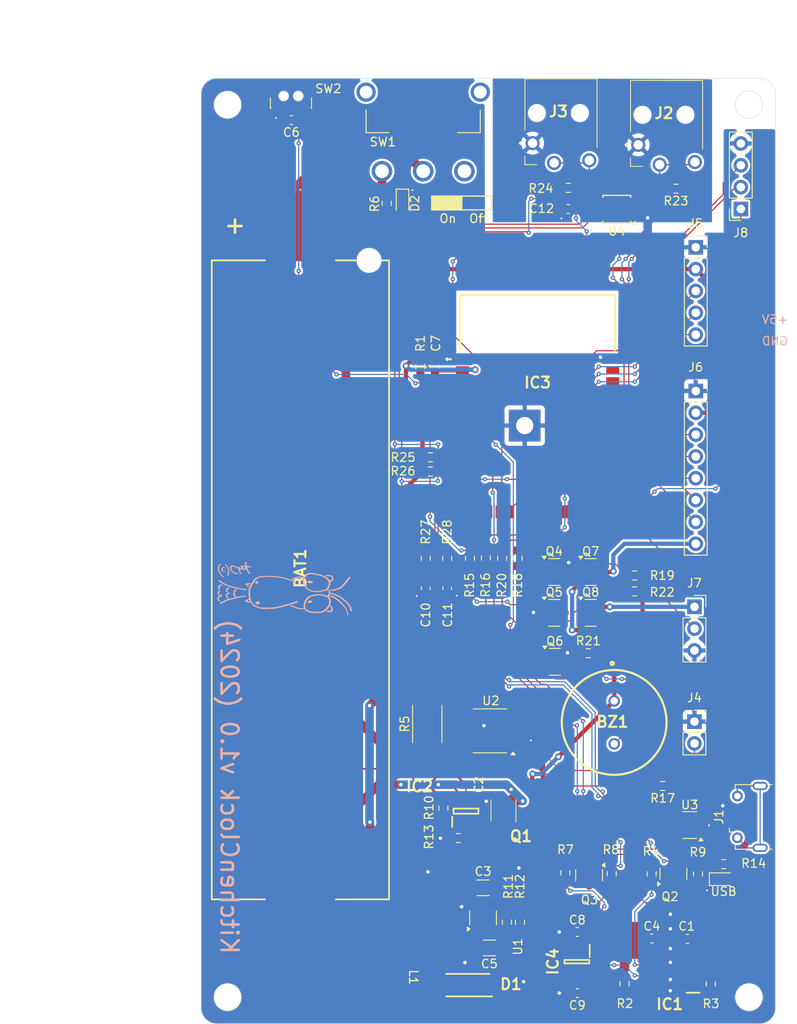
<source format=kicad_pcb>
(kicad_pcb (version 20240108) (generator "pcbnew") (generator_version "8.0")
  (title_block (company "chof.org"))
  (layers (0 "F.Cu" signal) (31 "B.Cu" signal) (34 "B.Paste" user) (35 "F.Paste" user) (36 "B.SilkS" user "B.Silkscreen") (37 "F.SilkS" user "F.Silkscreen") (38 "B.Mask" user) (39 "F.Mask" user) (44 "Edge.Cuts" user))
  (net 0 "")
  (net 1 "VBUS")
  (net 2 "GND")
  (net 3 "+5V")
  (net 4 "Net-(IC1-ISET)")
  (net 5 "Net-(IC1-FB)")
  (net 6 "Net-(IC2-OD)")
  (net 7 "/Battery Management/BAT-")
  (net 8 "Net-(IC2-OC)")
  (net 9 "/Battery Management/BAT+")
  (net 10 "Net-(BZ1--)")
  (net 11 "/Battery Management/VBAT_M")
  (net 12 "Net-(IC3-EN)")
  (net 13 "+3V3")
  (net 19 "Net-(J1-Shield)")
  (net 20 "USB_P")
  (net 21 "USB_N")
  (net 22 "/Battery Management/boosted")
  (net 23 "SDA")
  (net 24 "Net-(D2-A)")
  (net 25 "Net-(D3-A)")
  (net 26 "SCL")
  (net 27 "Net-(IC2-VDD)")
  (net 28 "/Battery Management/CHG_IND")
  (net 29 "FDBK")
  (net 30 "/Battery Management/RDY_IND")
  (net 31 "/Microcontroller & Controls/IO38_DISPLAY_CS")
  (net 33 "/Microcontroller & Controls/PWM_SERVO_IO47")
  (net 38 "/Microcontroller & Controls/REN_DAT_IO11")
  (net 40 "Net-(IC3-RXD0)")
  (net 42 "/Microcontroller & Controls/ADC0_DRV_IO8")
  (net 44 "Net-(IC3-IO0)")
  (net 46 "/Microcontroller & Controls/REN_BTN_IO10")
  (net 47 "/Microcontroller & Controls/IO41_DISPLAY_SDA")
  (net 49 "/Microcontroller & Controls/ADC1_DRV_IO9")
  (net 50 "/Microcontroller & Controls/I40_DISPLAY_RESET")
  (net 51 "/Battery Management/CHARGE")
  (net 52 "/Microcontroller & Controls/IO42_DISPLAY_SCK")
  (net 53 "/Microcontroller & Controls/SERVO_SW_IO5")
  (net 54 "/Microcontroller & Controls/IO39_DISPLAY_RS")
  (net 55 "/Microcontroller & Controls/MOD_BTN_IO13")
  (net 56 "/Microcontroller & Controls/PWM_BUZZ_IO21")
  (net 58 "/Battery Management/READY")
  (net 59 "Net-(IC3-TXD0)")
  (net 61 "/Microcontroller & Controls/IO02_DISPLAY_BKLT")
  (net 62 "/Microcontroller & Controls/REN_CLK_IO12")
  (net 63 "/Peripherals/TEMP0")
  (net 64 "/Peripherals/TEMP1")
  (net 65 "/Peripherals/MODE_BUTTON")
  (net 66 "/Peripherals/DISPLAY_PWR")
  (net 67 "/Peripherals/SERVO_VCC")
  (net 68 "Net-(Q4-C)")
  (net 69 "Net-(Q4-B)")
  (net 70 "Net-(Q5-B)")
  (net 71 "Net-(Q5-C)")
  (net 72 "Net-(Q6-B)")
  (net 73 "/Battery Management/VBAT")
  (net 78 "Net-(IC2-CS)")
  (net 80 "/Microcontroller & Controls/USB_PROT_P")
  (net 81 "/Microcontroller & Controls/USB_PROT_N")
  (net 82 "/Microcontroller & Controls/USBPROT_N")
  (net 83 "/Microcontroller & Controls/USBPROT_P")
  (footprint "Chof747 Footprints:SOT95P280X145-6N" (layer "F.Cu") (at 157.08 123.154656 90)
    (property "Reference" "IC2")
    (property "Value" "HY2112" (hide yes))
  )
  (footprint "Package_SO:SOIC-8_3.9x4.9mm_P1.27mm" (layer "F.Cu") (at 159.875 113.809656 180)
    (property "Reference" "U2")
    (property "Value" "INA219AxD")
  )
  (footprint "Resistor_SMD:R_0603_1608Metric_Pad0.98x0.95mm_HandSolder" (layer "F.Cu") (at 161.3 93.724656 -90)
    (property "Reference" "R20")
    (property "Value" "1k")
  )
  (footprint "Capacitor_SMD:C_0603_1608Metric_Pad1.08x0.95mm_HandSolder" (layer "F.Cu") (at 156.18 120.074656 180)
    (property "Reference" "C2")
    (property "Value" "0.1uF")
  )
  (footprint "Resistor_SMD:R_0603_1608Metric_Pad0.98x0.95mm_HandSolder" (layer "F.Cu") (at 178.7125 130.462156 -90)
    (property "Reference" "R4")
    (property "Value" "10k")
  )
  (footprint "Chof747 Footprints:MJ2509N" (layer "F.Cu") (at 169.85 43.812156 180)
    (property "Reference" "J3")
    (property "Value" "Temp 2" (hide yes))
  )
  (footprint "Capacitor_SMD:C_0603_1608Metric_Pad1.08x0.95mm_HandSolder" (layer "F.Cu") (at 170.05 144.324656 180)
    (property "Reference" "C9")
    (property "Value" "1uF")
  )
  (footprint "Package_TO_SOT_SMD:SOT-23" (layer "F.Cu") (at 171.6125 100.074656)
    (property "Reference" "Q8")
    (property "Value" "AO3401A")
  )
  (footprint "Capacitor_SMD:C_0603_1608Metric_Pad1.08x0.95mm_HandSolder" (layer "F.Cu") (at 154.9 97.224656 -90)
    (property "Reference" "C11")
    (property "Value" "20p")
  )
  (footprint "Resistor_SMD:R_0603_1608Metric_Pad0.98x0.95mm_HandSolder" (layer "F.Cu") (at 154.46 122.804656 -90)
    (property "Reference" "R10")
    (property "Value" "100")
  )
  (footprint "Resistor_SMD:R_0603_1608Metric_Pad0.98x0.95mm_HandSolder" (layer "F.Cu") (at 156.18 126.284656 180)
    (property "Reference" "R13")
    (property "Value" "2k")
  )
  (footprint "Resistor_SMD:R_0603_1608Metric_Pad0.98x0.95mm_HandSolder" (layer "F.Cu") (at 184.1125 130.462156 -90)
    (property "Reference" "R9")
    (property "Value" "10k")
  )
  (footprint "Connector_PinSocket_2.54mm:PinSocket_1x05_P2.54mm_Vertical" (layer "F.Cu") (at 183.85 57.534656)
    (property "Reference" "J5")
    (property "Value" "CONN_ENC")
  )
  (footprint "Package_TO_SOT_SMD:SOT-23" (layer "F.Cu") (at 181.25 130.462156 90)
    (property "Reference" "Q2")
    (property "Value" "2N7002")
  )
  (footprint "Package_TO_SOT_SMD:SOT-23" (layer "F.Cu") (at 171.425 130.614656 -90)
    (property "Reference" "Q3")
    (property "Value" "2N7002")
  )
  (footprint "Resistor_SMD:R_0603_1608Metric_Pad0.98x0.95mm_HandSolder" (layer "F.Cu") (at 163.1 93.724656 90)
    (property "Reference" "R18")
    (property "Value" "1k")
  )
  (footprint "Capacitor_SMD:C_0603_1608Metric_Pad1.08x0.95mm_HandSolder" (layer "F.Cu") (at 182.87 138.009655 180)
    (property "Reference" "C1")
    (property "Value" "1uF")
  )
  (footprint "Resistor_SMD:R_0603_1608Metric_Pad0.98x0.95mm_HandSolder" (layer "F.Cu") (at 159.4 93.687156 90)
    (property "Reference" "R16")
    (property "Value" "1k")
  )
  (footprint "Resistor_SMD:R_0603_1608Metric_Pad0.98x0.95mm_HandSolder" (layer "F.Cu") (at 152.4 93.724656 90)
    (property "Reference" "R27")
    (property "Value" "22")
  )
  (footprint "Resistor_SMD:R_0603_1608Metric_Pad0.98x0.95mm_HandSolder" (layer "F.Cu") (at 171.3375 104.774656)
    (property "Reference" "R21")
    (property "Value" "1k")
  )
  (footprint "Capacitor_SMD:C_1206_3216Metric_Pad1.33x1.80mm_HandSolder" (layer "F.Cu") (at 159.8125 139.074656 180)
    (property "Reference" "C5")
    (property "Value" "22uF")
  )
  (footprint "Resistor_SMD:R_0603_1608Metric_Pad0.98x0.95mm_HandSolder" (layer "F.Cu") (at 161.851 136.074656 90)
    (property "Reference" "R11")
    (property "Value" "7k5")
  )
  (footprint "Connector_PinSocket_2.54mm:PinSocket_1x03_P2.54mm_Vertical" (layer "F.Cu") (at 183.7 99.374656)
    (property "Reference" "J7")
    (property "Value" "CONN_SERVO")
  )
  (footprint "Chof747 Footprints:BH18650B1BA002" (layer "F.Cu") (at 137.8 94.894656 90)
    (property "Reference" "BAT1")
    (property "Value" "BH-18650-B1BA002" (hide yes))
  )
  (footprint "NetTie:NetTie-2_SMD_Pad0.5mm" (layer "F.Cu") (at 186.8 120.924656 90)
    (property "Reference" "NT1" (hide yes))
    (property "Value" "NetTie_2" (hide yes))
  )
  (footprint "LED_SMD:LED_0603_1608Metric_Pad1.05x0.95mm_HandSolder" (layer "F.Cu") (at 149.695693 52.424656 -90)
    (property "Reference" "D2")
    (property "Value" "PWR")
  )
  (footprint "Connector_PinSocket_2.54mm:PinSocket_1x04_P2.54mm_Vertical" (layer "F.Cu") (at 189.1 53.074656 180)
    (property "Reference" "J8")
    (property "Value" "CONN_PGR")
  )
  (footprint "Resistor_SMD:R_0603_1608Metric_Pad0.98x0.95mm_HandSolder" (layer "F.Cu") (at 154.9 93.724656 90)
    (property "Reference" "R28")
    (property "Value" "22")
  )
  (footprint "Resistor_SMD:R_0603_1608Metric_Pad0.98x0.95mm_HandSolder" (layer "F.Cu") (at 187.1 129.324656)
    (property "Reference" "R14")
    (property "Value" "1k")
  )
  (footprint "Chof747 Footprints:SOT95P270X145-5N" (layer "F.Cu") (at 170 140.674656 -90)
    (property "Reference" "IC4")
    (property "Value" "ME6211C33M5G-N" (hide yes))
  )
  (footprint "Resistor_SMD:R_0603_1608Metric_Pad0.98x0.95mm_HandSolder" (layer "F.Cu") (at 174.0625 130.437156 90)
    (property "Reference" "R8")
    (property "Value" "10k")
  )
  (footprint "Package_SO:TSSOP-10_3x3mm_P0.5mm" (layer "F.Cu") (at 174.65 53.112156 180)
    (property "Reference" "U4")
    (property "Value" "ADS1115IDGS")
  )
  (footprint "Chof747 Footprints:FS8205" (layer "F.Cu") (at 161.45 122.474656 -90)
    (property "Reference" "Q1")
    (property "Value" "FS8205" (hide yes))
  )
  (footprint "Chof747 Footprints:ESP32S3WROOM1N8R8" (layer "F.Cu") (at 165.425 75.819656)
    (property "Reference" "IC3")
    (property "Value" "ESP32-S3-WROOM-1-N8R8" (hide yes))
  )
  (footprint "Resistor_SMD:R_0603_1608Metric_Pad0.98x0.95mm_HandSolder" (layer "F.Cu") (at 175.56 143.229655 -90)
    (property "Reference" "R2")
    (property "Value" "0")
  )
  (footprint "LED_SMD:LED_0603_1608Metric_Pad1.05x0.95mm_HandSolder" (layer "F.Cu") (at 187.1 131.074656)
    (property "Reference" "D3" (hide yes))
    (property "Value" "USB")
  )
  (footprint "Package_TO_SOT_SMD:SOT-23-6" (layer "F.Cu") (at 183.15 124.774656 180)
    (property "Reference" "U3")
    (property "Value" "USBLC6-2SC6")
  )
  (footprint "Chof747 Footprints:SOIC127P600X175-9N" (layer "F.Cu") (at 180.82 141.679655 180)
    (property "Reference" "IC1")
    (property "Value" "CN3058E" (hide yes))
  )
  (footprint "Resistor_SMD:R_0603_1608Metric_Pad0.98x0.95mm_HandSolder" (layer "F.Cu") (at 152.9375 83.624656)
    (property "Reference" "R26")
    (property "Value" "10k")
  )
  (footprint "Package_TO_SOT_SMD:SOT-23" (layer "F.Cu") (at 167.3625 95.324656)
    (property "Reference" "Q4")
    (property "Value" "SS8050-G")
  )
  (footprint "Resistor_SMD:R_0603_1608Metric_Pad0.98x0.95mm_HandSolder" (layer "F.Cu") (at 152.9375 81.974656)
    (property "Reference" "R25")
    (property "Value" "10k")
  )
  (footprint "Chof747 Footprints:SMD0740" (layer "F.Cu") (at 153.6176 137.563456 -90)
    (property "Reference" "L1")
    (property "Value" "22uH")
  )
  (footprint "Capacitor_SMD:C_0603_1608Metric_Pad1.08x0.95mm_HandSolder" (layer "F.Cu") (at 152.4 97.224656 -90)
    (property "Reference" "C10")
    (property "Value" "20p")
  )
  (footprint "Resistor_SMD:R_0603_1608Metric_Pad0.98x0.95mm_HandSolder" (layer "F.Cu") (at 151.775 71.422156 -90)
    (property "Reference" "R1")
    (property "Value" "10k")
  )
  (footprint "Connector_PinSocket_2.54mm:PinSocket_1x02_P2.54mm_Vertical" (layer "F.Cu") (at 183.7 112.734656)
    (property "Reference" "J4")
    (property "Value" "CONN_MOD")
  )
  (footprint "Chof747 Footprints:Micro USB" (layer "F.Cu") (at 190.05 123.824656 90)
    (property "Reference" "J1")
    (property "Value" "USB_B_Micro")
  )
  (footprint "Connector_PinSocket_2.54mm:PinSocket_1x08_P2.54mm_Vertical" (layer "F.Cu") (at 183.85 74.254656)
    (property "Reference" "J6")
    (property "Value" "CONN_DISPL")
  )
  (footprint "Chof747 Footprints:1TS003B-2500-3500A-CT (SMD Right Angle Tactile Switch)" (layer "F.Cu") (at 136.7 39.924656)
    (property "Reference" "SW2")
    (property "Value" "Reset")
  )
  (footprint "Chof747 Footprints:MJ2509N" (layer "F.Cu") (at 182.15 44.012156 180)
    (property "Reference" "J2")
    (property "Value" "Temp 1" (hide yes))
  )
  (footprint "Capacitor_SMD:C_0603_1608Metric_Pad1.08x0.95mm_HandSolder" (layer "F.Cu") (at 178.7375 137.969655)
    (property "Reference" "C4")
    (property "Value" "4u7")
  )
  (footprint "Capacitor_SMD:C_1206_3216Metric_Pad1.33x1.80mm_HandSolder" (layer "F.Cu") (at 159.075 132.074656 180)
    (property "Reference" "C3")
    (property "Value" "22uF")
  )
  (footprint "Capacitor_SMD:C_0603_1608Metric_Pad1.08x0.95mm_HandSolder" (layer "F.Cu") (at 170.05 137.224656 180)
    (property "Reference" "C8")
    (property "Value" "1uF")
  )
  (footprint "Package_TO_SOT_SMD:SOT-23" (layer "F.Cu") (at 167.3625 100.074656)
    (property "Reference" "Q5")
    (property "Value" "SS8050-G")
  )
  (footprint "Resistor_SMD:R_0603_1608Metric_Pad0.98x0.95mm_HandSolder" (layer "F.Cu") (at 181.55 50.712156 180)
    (property "Reference" "R23")
    (property "Value" "2k")
  )
  (footprint "Resistor_SMD:R_0603_1608Metric_Pad0.98x0.95mm_HandSolder" (layer "F.Cu") (at 163.375 136.074656 -90)
    (property "Reference" "R12")
    (property "Value" "1k")
  )
  (footprint "Capacitor_SMD:C_0603_1608Metric_Pad1.08x0.95mm_HandSolder" (layer "F.Cu") (at 169.0125 53.074656 180)
    (property "Reference" "C12")
    (property "Value" "0.1uF")
  )
  (footprint "Resistor_SMD:R_0603_1608Metric_Pad0.98x0.95mm_HandSolder" (layer "F.Cu") (at 157.55 93.724656 90)
    (property "Reference" "R15")
    (property "Value" "1k" (hide yes))
  )
  (footprint "Resistor_SMD:R_2512_6332Metric_Pad1.40x3.35mm_HandSolder" (layer "F.Cu") (at 152.575 113.009656 90)
    (property "Reference" "R5")
    (property "Value" "0R1")
  )
  (footprint "Chof747 Footprints:DIOM5026X262N" (layer "F.Cu") (at 157.305 143.404656 180)
    (property "Reference" "D1")
    (property "Value" "SS34A" (hide yes))
  )
  (footprint "Resistor_SMD:R_0603_1608Metric_Pad0.98x0.95mm_HandSolder" (layer "F.Cu") (at 185.6 143.249655 -90)
    (property "Reference" "R3")
    (property "Value" "2k4 / 1k2")
  )
  (footprint "Chof747 Footprints:PS1240P02BT" (layer "F.Cu") (at 174.35 112.824656)
    (property "Reference" "BZ1")
    (property "Value" "Buzzer" (hide yes))
  )
  (footprint "Package_TO_SOT_SMD:SOT-23" (layer "F.Cu") (at 167.4375 105.774656)
    (property "Reference" "Q6")
    (property "Value" "SS8050-G")
  )
  (footprint "Package_TO_SOT_SMD:SOT-23" (layer "F.Cu") (at 171.6125 95.324656)
    (property "Reference" "Q7")
    (property "Value" "AO3401A")
  )
  (footprint "Resistor_SMD:R_0603_1608Metric_Pad0.98x0.95mm_HandSolder" (layer "F.Cu") (at 169.0125 50.612156)
    (property "Reference" "R24")
    (property "Value" "2k")
  )
  (footprint "Resistor_SMD:R_0603_1608Metric_Pad0.98x0.95mm_HandSolder" (layer "F.Cu") (at 176.7375 97.574656 180)
    (property "Reference" "R22")
    (property "Value" "10k")
  )
  (footprint "Capacitor_SMD:C_0603_1608Metric_Pad1.08x0.95mm_HandSolder" (layer "F.Cu") (at 153.475 71.409656 90)
    (property "Reference" "C7")
    (property "Value" "10uF")
  )
  (footprint "Resistor_SMD:R_0603_1608Metric_Pad0.98x0.95mm_HandSolder" (layer "F.Cu") (at 168.6625 130.337156 -90)
    (property "Reference" "R7")
    (property "Value" "10k")
  )
  (footprint "Resistor_SMD:R_0603_1608Metric_Pad0.98x0.95mm_HandSolder" (layer "F.Cu") (at 147.85 52.424656 -90)
    (property "Reference" "R6")
    (property "Value" "1k")
  )
  (footprint "Resistor_SMD:R_0603_1608Metric_Pad0.98x0.95mm_HandSolder" (layer "F.Cu") (at 180 120.224656 180)
    (property "Reference" "R17")
    (property "Value" "10k")
  )
  (footprint "Resistor_SMD:R_0603_1608Metric_Pad0.98x0.95mm_HandSolder" (layer "F.Cu") (at 176.75 95.724656 180)
    (property "Reference" "R19")
    (property "Value" "10k")
  )
  (footprint "Capacitor_SMD:C_0603_1608Metric_Pad1.08x0.95mm_HandSolder" (layer "F.Cu") (at 136.75 42.724656 180)
    (property "Reference" "C6")
    (property "Value" "1uF")
  )
  (footprint "Chof747 Footprints:Slide-switch-SS-12D11L7" (layer "F.Cu") (at 152.1 44.074656)
    (property "Reference" "SW1")
    (property "Value" "SW_SPDT")
  )
  (footprint "Package_TO_SOT_SMD:SOT-23-6" (layer "F.Cu") (at 159.075 135.574656 90)
    (property "Reference" "U1")
    (property "Value" "MT3608")
  )
  (footprint "Chof747 Logos:LOGO large" (layer "B.Cu") (at 135.55 97.524656 90)
    (property "Reference" "G***" (hide yes))
    (property "Value" "LOGO" (hide yes))
  )
  (gr_rect (start 153.095693 51.574656) (end 156.595693 53.174656) (stroke (width 0.15)) (fill solid) (layer "F.SilkS"))
  (gr_rect (start 153.095693 51.574656) (end 160.095693 53.174656) (stroke (width 0.15)) (fill none) (layer "F.SilkS"))
  (gr_circle (center 190.05 144.801864) (end 188.45 144.801864) (stroke (width 0.05)) (fill none) (layer "Edge.Cuts"))
  (gr_line (start 128.045693 37.874656) (end 191.322792 37.874656) (stroke (width 0.05)) (layer "Edge.Cuts"))
  (gr_arc (start 193.122792 146.074656) (mid 192.595584 147.347445) (end 191.322792 147.874656) (stroke (width 0.05)) (layer "Edge.Cuts"))
  (gr_arc (start 128.045693 147.874656) (mid 126.772905 147.347446) (end 126.245693 146.074656) (stroke (width 0.05)) (layer "Edge.Cuts"))
  (gr_line (start 191.322792 147.874656) (end 128.045693 147.874656) (stroke (width 0.05)) (layer "Edge.Cuts"))
  (gr_circle (center 190.05 40.947448) (end 188.45 40.947448) (stroke (width 0.05)) (fill none) (layer "Edge.Cuts"))
  (gr_line (start 193.122792 39.674656) (end 193.122792 146.074656) (stroke (width 0.05)) (layer "Edge.Cuts"))
  (gr_circle (center 129.318486 144.801864) (end 127.718486 144.801864) (stroke (width 0.05)) (fill none) (layer "Edge.Cuts"))
  (gr_circle (center 129.318486 40.947448) (end 127.718486 40.947448) (stroke (width 0.05)) (fill none) (layer "Edge.Cuts"))
  (gr_arc (start 191.322792 37.874656) (mid 192.595589 38.401861) (end 193.122792 39.674656) (stroke (width 0.05)) (layer "Edge.Cuts"))
  (gr_line (start 126.245693 146.074656) (end 126.245693 39.674656) (stroke (width 0.05)) (layer "Edge.Cuts"))
  (gr_arc (start 126.245693 39.674656) (mid 126.7729 38.401861) (end 128.045693 37.874656) (stroke (width 0.05)) (layer "Edge.Cuts"))
  (gr_text "+5V" (at 194.7 66.524656 0) (layer "B.SilkS") (effects (font (size 1 1)) (justify left bottom mirror)))
  (gr_text "GND" (at 194.7 69.024656 0) (layer "B.SilkS") (effects (font (size 1 1)) (justify left bottom mirror)))
  (gr_text "KitchenClock v1.0 (2024)" (at 128.35 139.974656 -90) (layer "B.SilkS") (effects (font (size 2 2) (thickness 0.3)) (justify left bottom mirror)))
  (gr_text "On  Off" (at 153.895693 54.774656 0) (layer "F.SilkS") (effects (font (size 1 1)) (justify left bottom)))
  (segment (start 178 129.549656) (end 176.6275 128.177156) (width 0.13) (layer "F.Cu") (net 1))
  (segment (start 169.175 128.177156) (end 168.6625 128.689656) (width 0.13) (layer "F.Cu") (net 1))
  (segment (start 177.5 129.974656) (end 177.5 133.324656) (width 0.13) (layer "F.Cu") (net 1))
  (segment (start 172.25 129.449656) (end 172.25 128.599656) (width 0.13) (layer "F.Cu") (net 1))
  (segment (start 180.3 131.137156) (end 178.7125 129.549656) (width 0.13) (layer "F.Cu") (net 1))
  (segment (start 184.55 134.924656) (end 184.55 136.224656) (width 0.13) (layer "F.Cu") (net 1))
  (segment (start 186.1875 127.512156) (end 185.8 127.124656) (width 0.13) (layer "F.Cu") (net 1))
  (segment (start 183.45 133.824656) (end 184.55 134.924656) (width 0.13) (layer "F.Cu") (net 1))
  (segment (start 183.2 125.374656) (end 182.6 124.774656) (width 0.13) (layer "F.Cu") (net 1))
  (segment (start 183.7325 138.009655) (end 187.115001 138.009655) (width 0.5) (layer "F.Cu") (net 1))
  (segment (start 178.7125 129.549656) (end 178 129.549656) (width 0.13) (layer "F.Cu") (net 1))
  (segment (start 178 133.824656) (end 183.45 133.824656) (width 0.13) (layer "F.Cu") (net 1))
  (segment (start 182.6 124.774656) (end 182.0125 124.774656) (width 0.13) (layer "F.Cu") (net 1))
  (segment (start 187.115001 138.009655) (end 189.4 135.724656) (width 0.5) (layer "F.Cu") (net 1))
  (segment (start 168.6625 128.689656) (end 168.6625 129.424656) (width 0.13) (layer "F.Cu") (net 1))
  (segment (start 180.3 131.399656) (end 180.3 131.137156) (width 0.13) (layer "F.Cu") (net 1))
  (segment (start 172.25 128.599656) (end 171.8275 128.177156) (width 0.13) (layer "F.Cu") (net 1))
  (segment (start 176.6275 128.177156) (end 171.8275 128.177156) (width 0.13) (layer "F.Cu") (net 1))
  (segment (start 177.5 133.324656) (end 178 133.824656) (width 0.13) (layer "F.Cu") (net 1))
  (segment (start 186.1875 127.624656) (end 186.1875 126.637156) (width 0.13) (layer "F.Cu") (net 1))
  (segment (start 178 129.549656) (end 177.925 129.549656) (width 0.13) (layer "F.Cu") (net 1))
  (segment (start 186.1875 127.624656) (end 186.1875 127.512156) (width 0.13) (layer "F.Cu") (net 1))
  (segment (start 177.925 129.549656) (end 177.5 129.974656) (width 0.13) (layer "F.Cu") (net 1))
  (segment (start 183.8 127.124656) (end 183.2 126.524656) (width 0.13) (layer "F.Cu") (net 1))
  (segment (start 186.1875 129.324656) (end 186.1875 127.624656) (width 0.13) (layer "F.Cu") (net 1))
  (segment (start 186.1875 126.637156) (end 186.7 126.124656) (width 0.13) (layer "F.Cu") (net 1))
  (segment (start 189.4 135.724656) (end 189.4 127.274656) (width 0.5) (layer "F.Cu") (net 1))
  (segment (start 186.7 126.124656) (end 187.55 126.124656) (width 0.13) (layer "F.Cu") (net 1))
  (segment (start 171.8275 128.177156) (end 169.175 128.177156) (width 0.13) (layer "F.Cu") (net 1))
  (segment (start 185.8 127.124656) (end 183.8 127.124656) (width 0.13) (layer "F.Cu") (net 1))
  (segment (start 183.2 126.524656) (end 183.2 125.374656) (width 0.13) (layer "F.Cu") (net 1))
  (segment (start 168.375 100.074656) (end 165 100.074656) (width 0.5) (layer "F.Cu") (net 2))
  (segment (start 157.4 113.174656) (end 159.14 113.174656) (width 0.5) (layer "F.Cu") (net 2))
  (segment (start 150.370693 50.874656) (end 150.845693 50.874656) (width 0.13) (layer "F.Cu") (net 2))
  (segment (start 155.2675 126.284656) (end 154.12 126.284656) (width 0.5) (layer "F.Cu") (net 2))
  (segment (start 162.35 114.444656) (end 164.165693 114.444656) (width 0.13) (layer "F.Cu") (net 2))
  (segment (start 135.8875 42.724656) (end 135.195685 42.724656) (width 0.13) (layer "F.Cu") (net 2))
  (segment (start 168.3 94.974656) (end 169.05 94.224656) (width 0.5) (layer "F.Cu") (net 2))
  (segment (start 175.75 53.112156) (end 175.45 53.412156) (width 0.13) (layer "F.Cu") (net 2))
  (segment (start 159.14 113.174656) (end 159.175 113.209656) (width 0.5) (layer "F.Cu") (net 2))
  (segment (start 185.355871 124.774656) (end 185.394045 124.81283) (width 0.5) (layer "F.Cu") (net 2))
  (segment (start 164.205693 115.714656) (end 164.645693 115.274656) (width 0.13) (layer "F.Cu") (net 2))
  (segment (start 175.45 53.912156) (end 175.65 54.112156) (width 0.13) (layer "F.Cu") (net 2))
  (segment (start 175.45 53.412156) (end 175.45 53.912156) (width 0.13) (layer "F.Cu") (net 2))
  (segment (start 156.9125 140.712156) (end 156.975 140.774656) (width 0.5) (layer "F.Cu") (net 2))
  (segment (start 152.3625 98.124656) (end 152.4 98.087156) (width 0.5) (layer "F.Cu") (net 2))
  (segment (start 153.475 70.547156) (end 154.618193 70.547156) (width 0.5) (layer "F.Cu") (net 2))
  (segment (start 162.35 115.714656) (end 164.205693 115.714656) (width 0.13) (layer "F.Cu") (net 2))
  (segment (start 176.8 54.112156) (end 178.25 54.112156) (width 0.13) (layer "F.Cu") (net 2))
  (segment (start 169.1875 137.262156) (end 170 138.074656) (width 0.5) (layer "F.Cu") (net 2))
  (segment (start 168.2 54.174656) (end 168.2 53.124656) (width 0.13) (layer "F.Cu") (net 2))
  (segment (start 155.995693 98.074656) (end 154.9125 98.074656) (width 0.5) (layer "F.Cu") (net 2))
  (segment (start 176.8 53.112156) (end 175.75 53.112156) (width 0.13) (layer "F.Cu") (net 2))
  (segment (start 165 100.074656) (end 164.95 100.024656) (width 0.5) (layer "F.Cu") (net 2))
  (segment (start 154.12 126.284656) (end 154.1 126.304656) (width 0.5) (layer "F.Cu") (net 2))
  (segment (start 184.2875 124.774656) (end 185.355871 124.774656) (width 0.5) (layer "F.Cu") (net 2))
  (segment (start 187 122.524656) (end 187 121.624656) (width 0.5) (layer "F.Cu") (net 2))
  (segment (start 186.225 131.295349) (end 186.225 131.074656) (width 0.5) (layer "F.Cu") (net 2))
  (segment (start 168.2 53.124656) (end 168.15 53.074656) (width 0.5) (layer "F.Cu") (net 2))
  (segment (start 175.65 54.112156) (end 176.8 54.112156) (width 0.13) (layer "F.Cu") (net 2))
  (segment (start 154.9125 98.074656) (end 154.9 98.087156) (width 0.5) (layer "F.Cu") (net 2))
  (segment (start 156.1225 70.547156) (end 156.15 70.574656) (width 0.5) (layer "F.Cu") (net 2))
  (segment (start 187 122.524656) (end 187.445693 122.524656) (width 0.5) (layer "F.Cu") (net 2))
  (segment (start 174.175 70.559656) (end 172.980693 70.559656) (width 0.5) (layer "F.Cu") (net 2))
  (segment (start 151.345693 98.124656) (end 152.3625 98.124656) (width 0.5) (layer "F.Cu") (net 2))
  (segment (start 187 121.624656) (end 186.8 121.424656) (width 0.5) (layer "F.Cu") (net 2))
  (segment (start 159.48 121.974656) (end 159.45 122.004656) (width 0.5) (layer "F.Cu") (net 2))
  (segment (start 185.145693 132.374656) (end 186.225 131.295349) (width 0.5) (layer "F.Cu") (net 2))
  (segment (start 168.375 105.774656) (end 168.895693 105.253963) (width 0.5) (layer "F.Cu") (net 2))
  (segment (start 169.1875 137.224656) (end 169.1875 137.262156) (width 0.5) (layer "F.Cu") (net 2))
  (segment (start 168.3 95.324656) (end 168.3 94.974656) (width 0.5) (layer "F.Cu") (net 2))
  (segment (start 164.165693 114.444656) (end 164.645693 114.924656) (width 0.13) (layer "F.Cu") (net 2))
  (segment (start 170 138.074656) (end 170 139.424656) (width 0.5) (layer "F.Cu") (net 2))
  (segment (start 135 42.420357) (end 134.945693 42.474664) (width 0.13) (layer "F.Cu") (net 2))
  (segment (start 164.645693 115.274656) (end 164.645693 114.924656) (width 0.13) (layer "F.Cu") (net 2))
  (segment (start 160.5 121.974656) (end 159.48 121.974656) (width 0.5) (layer "F.Cu") (net 2))
  (segment (start 135 41.324656) (end 135 42.420357) (width 0.13) (layer "F.Cu") (net 2))
  (segment (start 135.195685 42.724656) (end 134.945693 42.474664) (width 0.13) (layer "F.Cu") (net 2))
  (segment (start 154.618193 70.547156) (end 156.1225 70.547156) (width 0.5) (layer "F.Cu") (net 2))
  (segment (start 172.980693 70.559656) (end 172.745693 70.324656) (width 0.5) (layer "F.Cu") (net 2))
  (segment (start 169.1875 137.224656) (end 167.95 137.224656) (width 0.5) (layer "F.Cu") (net 2))
  (segment (start 168.895693 105.253963) (end 168.895693 104.724656) (width 0.5) (layer "F.Cu") (net 2))
  (segment (start 169.1875 144.324656) (end 167.95 144.324656) (width 0.5) (layer "F.Cu") (net 2))
  (segment (start 149.695693 51.549656) (end 150.370693 50.874656) (width 0.13) (layer "F.Cu") (net 2))
  (via (at 180.9 140.749655) (size 0.8) (drill 0.4) (layers "F.Cu" "B.Cu") (net 2))
  (via (at 180.9 144.049655) (size 0.8) (drill 0.4) (layers "F.Cu" "B.Cu") (net 2))
  (via (at 167.95 144.324656) (size 0.8) (drill 0.4) (layers "F.Cu" "B.Cu") (net 2))
  (via (at 150.845693 50.874656) (size 0.5) (drill 0.2) (layers "F.Cu" "B.Cu") (net 2))
  (via (at 159.175 113.209656) (size 0.8) (drill 0.4) (layers "F.Cu" "B.Cu") (net 2))
  (via (at 134.945693 42.474664) (size 0.5) (drill 0.2) (layers "F.Cu" "B.Cu") (net 2))
  (via (at 185.394045 124.81283) (size 0.5) (drill 0.2) (layers "F.Cu" "B.Cu") (net 2))
  (via (at 156.975 140.774656) (size 0.8) (drill 0.4) (layers "F.Cu" "B.Cu") (net 2))
  (via (at 163.245693 129.774656) (size 0.8) (drill 0.4) (layers "F.Cu" "B.Cu") (net 2))
  (via (at 169.05 94.224656) (size 0.8) (drill 0.4) (layers "F.Cu" "B.Cu") (net 2))
  (via (at 187 122.524656) (size 0.8) (drill 0.4) (layers "F.Cu" "B.Cu") (net 2))
  (via (at 172.745693 70.324656) (size 0.8) (drill 0.4) (layers "F.Cu" "B.Cu") (net 2))
  (via (at 178.25 54.112156) (size 0.8) (drill 0.4) (layers "F.Cu" "B.Cu") (net 2))
  (via (at 180.9 136.849655) (size 0.8) (drill 0.4) (layers "F.Cu" "B.Cu") (net 2))
  (via (at 180.9 135.149655) (size 0.8) (drill 0.4) (layers "F.Cu" "B.Cu") (net 2))
  (via (at 151.345693 98.124656) (size 0.5) (drill 0.2) (layers "F.Cu" "B.Cu") (net 2))
  (via (at 163.8 142.989528) (size 0.8) (drill 0.4) (layers "F.Cu" "B.Cu") (net 2))
  (via (at 159.45 122.004656) (size 0.8) (drill 0.4) (layers "F.Cu" "B.Cu") (net 2))
  (via (at 180.9 142.749655) (size 0.8) (drill 0.4) (layers "F.Cu" "B.Cu") (net 2))
  (via (at 185.145693 132.374656) (size 0.5) (drill 0.2) (layers "F.Cu" "B.Cu") (net 2))
  (via (at 168.895693 104.724656) (size 0.8) (drill 0.4) (layers "F.Cu" "B.Cu") (net 2))
  (via (at 164.645692 114.924654) (size 0.5) (drill 0.2) (layers "F.Cu" "B.Cu") (net 2))
  (via (at 164.95 100.024656) (size 0.8) (drill 0.4) (layers "F.Cu" "B.Cu") (net 2))
  (via (at 180.9 139.149655) (size 0.8) (drill 0.4) (layers "F.Cu" "B.Cu") (net 2))
  (via (at 155.995693 98.074656) (size 0.5) (drill 0.2) (layers "F.Cu" "B.Cu") (net 2))
  (via (at 168.2 54.174656) (size 0.5) (drill 0.2) (layers "F.Cu" "B.Cu") (net 2))
  (via (at 167.95 137.224656) (size 0.8) (drill 0.4) (layers "F.Cu" "B.Cu") (net 2))
  (via (at 154.1 126.304656) (size 0.8) (drill 0.4) (layers "F.Cu" "B.Cu") (net 2))
  (via (at 154.895693 70.547156) (size 0.8) (drill 0.4) (layers "F.Cu" "B.Cu") (net 2))
  (via (at 152.645693 130.224656) (size 0.8) (drill 0.4) (layers "F.Cu" "B.Cu") (net 2))
  (via (at 156.575 134.274656) (size 0.8) (drill 0.4) (layers "F.Cu" "B.Cu") (net 2))
  (segment (start 178.25 54.112156) (end 178.25 56.074656) (width 1) (layer "B.Cu") (net 2))
  (segment (start 172.0375 102.437156) (end 172.25 102.649656) (width 0.5) (layer "F.Cu") (net 3))
  (segment (start 174.6 104.774656) (end 177.65 101.724656) (width 0.5) (layer "F.Cu") (net 3))
  (segment (start 174.35 110.324656) (end 174.35 106.874656) (width 0.5) (layer "F.Cu") (net 3))
  (segment (start 161.375 137.674656) (end 161.375 139.074656) (width 0.5) (layer "F.Cu") (net 3))
  (segment (start 161.375 139.074656) (end 161.375 141.384656) (width 1) (layer "F.Cu") (net 3))
  (segment (start 170.9 135.874656) (end 170.9125 135.887156) (width 0.5) (layer "F.Cu") (net 3))
  (segment (start 165.65 136.674656) (end 167 135.324656) (width 0.5) (layer "F.Cu") (net 3))
  (segment (start 170.9125 137.224656) (end 170.9125 139.387156) (width 0.5) (layer "F.Cu") (net 3))
  (segment (start 161.375 141.384656) (end 159.355 143.404656) (width 1) (layer "F.Cu") (net 3))
  (segment (start 174.35 110.324656) (end 167.85 116.824656) (width 0.5) (layer "F.Cu") (net 3))
  (segment (start 170.9125 139.387156) (end 170.95 139.424656) (width 0.5) (layer "F.Cu") (net 3))
  (segment (start 177.65 101.724656) (end 177.65 97.574656) (width 0.5) (layer "F.Cu") (net 3))
  (segment (start 161.910128 138.539528) (end 161.375 139.074656) (width 0.5) (layer "F.Cu") (net 3))
  (segment (start 161.851 136.987156) (end 161.851 137.198656) (width 0.5) (layer "F.Cu") (net 3))
  (segment (start 169.05 139.174656) (end 166 139.174656) (width 0.13) (layer "F.Cu") (net 3))
  (segment (start 177.6625 95.724656) (end 177.6625 97.562156) (width 0.5) (layer "F.Cu") (net 3))
  (segment (start 169.45 97.499656) (end 169.45 97.624656) (width 0.5) (layer "F.Cu") (net 3))
  (segment (start 167 135.324656) (end 170.65 135.324656) (width 0.5) (layer "F.Cu") (net 3))
  (segment (start 170.625 101.024656) (end 172.0375 102.437156) (width 0.5) (layer "F.Cu") (net 3))
  (segment (start 165.65 126.574656) (end 164.8 125.724656) (width 0.5) (layer "F.Cu") (net 3))
  (segment (start 172.25 104.774656) (end 174.6 104.774656) (width 0.5) (layer "F.Cu") (net 3))
  (segment (start 170.9125 135.887156) (end 170.9125 136.624656) (width 0.5) (layer "F.Cu") (net 3))
  (segment (start 170.9 135.574656) (end 170.9 135.874656) (width 0.5) (layer "F.Cu") (net 3))
  (segment (start 164.8 118.874656) (end 164.85 118.824656) (width 0.5) (layer "F.Cu") (net 3))
  (segment (start 170.65 135.324656) (end 170.9 135.574656) (width 0.5) (layer "F.Cu") (net 3))
  (segment (start 171.675 102.074656) (end 172.0375 102.437156) (width 0.5) (layer "F.Cu") (net 3))
  (segment (start 169.45 102.074656) (end 171.675 102.074656) (width 0.5) (layer "F.Cu") (net 3))
  (segment (start 161.851 137.198656) (end 161.375 137.674656) (width 0.5) (layer "F.Cu") (net 3))
  (segment (start 170.675 96.274656) (end 169.45 97.499656) (width 0.5) (layer "F.Cu") (net 3))
  (segment (start 177.6625 97.562156) (end 177.65 97.574656) (width 0.5) (layer "F.Cu") (net 3))
  (segment (start 167.85 116.824656) (end 167.85 116.824666) (width 0.5) (layer "F.Cu") (net 3))
  (segment (start 166 139.174656) (end 165.65 138.824656) (width 0.13) (layer "F.Cu") (net 3))
  (segment (start 164.8 125.724656) (end 164.8 118.874656) (width 0.5) (layer "F.Cu") (net 3))
  (segment (start 165.65 138.824656) (end 161.910128 138.824656) (width 0.5) (layer "F.Cu") (net 3))
  (segment (start 165.65 136.674656) (end 165.65 126.574656) (width 0.5) (layer "F.Cu") (net 3))
  (segment (start 174.35 106.874656) (end 172.25 104.774656) (width 0.5) (layer "F.Cu") (net 3))
  (segment (start 172.25 102.649656) (end 172.25 104.774656) (width 0.5) (layer "F.Cu") (net 3))
  (segment (start 165.65 138.824656) (end 165.65 136.674656) (width 0.5) (layer "F.Cu") (net 3))
  (via (at 169.45 102.074656) (size 0.8) (drill 0.4) (layers "F.Cu" "B.Cu") (net 3))
  (via (at 169.45 97.624656) (size 0.8) (drill 0.4) (layers "F.Cu" "B.Cu") (net 3))
  (via (at 167.85 116.824666) (size 0.8) (drill 0.4) (layers "F.Cu" "B.Cu") (net 3))
  (via (at 164.85 118.824656) (size 0.8) (drill 0.4) (layers "F.Cu" "B.Cu") (net 3))
  (segment (start 164.85 118.824656) (end 165.85001 118.824656) (width 0.5) (layer "B.Cu") (net 3))
  (segment (start 165.85001 118.824656) (end 167.85 116.824666) (width 0.5) (layer "B.Cu") (net 3))
  (segment (start 169.45 97.624656) (end 169.45 102.074656) (width 0.5) (layer "B.Cu") (net 3))
  (segment (start 185.6 142.337155) (end 185.5775 142.314655) (width 0.13) (layer "F.Cu") (net 4))
  (segment (start 185.5775 142.314655) (end 183.532 142.314655) (width 0.13) (layer "F.Cu") (net 4))
  (segment (start 178 144.249655) (end 175.6675 144.249655) (width 0.13) (layer "F.Cu") (net 5))
  (segment (start 178.108 143.584655) (end 178.108 144.141655) (width 0.13) (layer "F.Cu") (net 5))
  (segment (start 178.108 144.141655) (end 178 144.249655) (width 0.13) (layer "F.Cu") (net 5))
  (segment (start 175.6675 144.249655) (end 175.56 144.142155) (width 0.13) (layer "F.Cu") (net 5))
  (segment (start 156.13 126.824656) (end 156.58 127.274656) (width 0.13) (layer "F.Cu") (net 6))
  (segment (start 156.58 127.274656) (end 161.58 127.274656) (width 0.13) (layer "F.Cu") (net 6))
  (segment (start 160.5 123.454656) (end 160.5 124.274656) (width 0.13) (layer "F.Cu") (net 6))
  (segment (start 160.88 123.074656) (end 160.5 123.454656) (width 0.13) (layer "F.Cu") (net 6))
  (segment (start 163.68 123.774656) (end 162.98 123.074656) (width 0.13) (layer "F.Cu") (net 6))
  (segment (start 163.68 125.174656) (end 163.68 123.774656) (width 0.13) (layer "F.Cu") (net 6))
  (segment (start 156.13 124.404656) (end 156.13 126.824656) (width 0.13) (layer "F.Cu") (net 6))
  (segment (start 162.98 123.074656) (end 160.88 123.074656) (width 0.13) (layer "F.Cu") (net 6))
  (segment (start 161.58 127.274656) (end 163.68 125.174656) (width 0.13) (layer "F.Cu") (net 6))
  (segment (start 156.13 120.887156) (end 155.3175 120.074656) (width 0.2) (layer "F.Cu") (net 7))
  (segment (start 146.9 120.074656) (end 149.5 120.074656) (width 1) (layer "F.Cu") (net 7))
  (segment (start 156.13 121.904656) (end 156.13 120.887156) (width 0.2) (layer "F.Cu") (net 7))
  (segment (start 155.3175 120.074656) (end 153.88 120.074656) (width 0.2) (layer "F.Cu") (net 7))
  (segment (start 137.8 129.174656) (end 146.9 120.074656) (width 1) (layer "F.Cu") (net 7))
  (segment (start 137.8 134.524656) (end 137.8 129.174656) (width 1) (layer "F.Cu") (net 7))
  (segment (start 163.695693 121.974656) (end 162.745693 121.974656) (width 1) (layer "F.Cu") (net 7))
  (via (at 149.5 120.074656) (size 0.8) (drill 0.4) (layers "F.Cu" "B.Cu") (net 7))
  (via (at 163.695693 121.974656) (size 0.8) (drill 0.4) (layers "F.Cu" "B.Cu") (net 7))
  (via (at 153.88 120.074656) (size 0.8) (drill 0.4) (layers "F.Cu" "B.Cu") (net 7))
  (segment (start 161.795693 120.074656) (end 163.695693 121.974656) (width 1) (layer "B.Cu") (net 7))
  (segment (start 153.88 120.074656) (end 149.5 120.074656) (width 1) (layer "B.Cu") (net 7))
  (segment (start 153.88 120.074656) (end 161.795693 120.074656) (width 1) (layer "B.Cu") (net 7))
  (segment (start 158.03 125.224656) (end 158.68 125.874656) (width 0.13) (layer "F.Cu") (net 8))
  (segment (start 158.03 124.404656) (end 158.03 125.224656) (width 0.13) (layer "F.Cu") (net 8))
  (segment (start 162.4 125.054656) (end 162.4 124.274656) (width 0.13) (layer "F.Cu") (net 8))
  (segment (start 158.68 125.874656) (end 161.58 125.874656) (width 0.13) (layer "F.Cu") (net 8))
  (segment (start 161.58 125.874656) (end 162.4 125.054656) (width 0.13) (layer "F.Cu") (net 8))
  (segment (start 173.757501 142.317155) (end 173.35 142.724656) (width 1) (layer "F.Cu") (net 9))
  (segment (start 137.8 49.974656) (end 142.2 45.574656) (width 1) (layer "F.Cu") (net 9))
  (segment (start 175.56 142.317155) (end 173.757501 142.317155) (width 1) (layer "F.Cu") (net 9))
  (segment (start 173.35 145.124656) (end 172.15 146.324656) (width 1) (layer "F.Cu") (net 9))
  (segment (start 173.35 142.724656) (end 173.35 145.124656) (width 1) (layer "F.Cu") (net 9))
  (segment (start 130.95 115.774656) (end 130.95 62.114656) (width 1) (layer "F.Cu") (net 9))
  (segment (start 130.95 62.114656) (end 137.8 55.264656) (width 1) (layer "F.Cu") (net 9))
  (segment (start 149.945693 118.224656) (end 133.4 118.224656) (width 0.2) (layer "F.Cu") (net 9))
  (segment (start 142.2 45.574656) (end 149 45.574656) (width 1) (layer "F.Cu") (net 9))
  (segment (start 136.9 146.324656) (end 130.95 140.374656) (width 1) (layer "F.Cu") (net 9))
  (segment (start 149 45.574656) (end 152.1 48.674656) (width 1) (layer "F.Cu") (net 9))
  (segment (start 130.95 140.374656) (end 130.95 115.774656) (width 1) (layer "F.Cu") (net 9))
  (segment (start 150.945693 120.202849) (end 150.945693 119.224656) (width 0.2) (layer "F.Cu") (net 9))
  (segment (start 137.8 55.264656) (end 137.8 49.974656) (width 1) (layer "F.Cu") (net 9))
  (segment (start 133.4 118.224656) (end 130.95 115.774656) (width 0.2) (layer "F.Cu") (net 9))
  (segment (start 172.15 146.324656) (end 136.9 146.324656) (width 1) (layer "F.Cu") (net 9))
  (segment (start 150.945693 119.224656) (end 149.945693 118.224656) (width 0.2) (layer "F.Cu") (net 9))
  (segment (start 154.46 123.717156) (end 150.945693 120.202849) (width 0.2) (layer "F.Cu") (net 9))
  (segment (start 176.85 108.974656) (end 175.65 107.774656) (width 0.13) (layer "F.Cu") (net 10))
  (segment (start 167.55 107.774656) (end 168.6 107.774656) (width 0.13) (layer "F.Cu") (net 10))
  (segment (start 174.35 115.324656) (end 176.85 112.824656) (width 0.13) (layer "F.Cu") (net 10))
  (segment (start 170.4 105.974656) (end 170.425 105.949656) (width 0.13) (layer "F.Cu") (net 10))
  (segment (start 176.85 112.824656) (end 176.85 108.974656) (width 0.13) (layer "F.Cu") (net 10))
  (segment (start 171.65 105.974656) (end 170.4 105.974656) (width 0.13) (layer "F.Cu") (net 10))
  (segment (start 173.45 107.774656) (end 171.65 105.974656) (width 0.13) (layer "F.Cu") (net 10))
  (segment (start 168.6 107.774656) (end 170.4 105.974656) (width 0.13) (layer "F.Cu") (net 10))
  (segment (start 170.425 105.949656) (end 170.425 104.774656) (width 0.13) (layer "F.Cu") (net 10))
  (segment (start 166.5 106.724656) (end 167.55 107.774656) (width 0.13) (layer "F.Cu") (net 10))
  (segment (start 175.65 107.774656) (end 175.25 107.774656) (width 0.13) (layer "F.Cu") (net 10))
  (via (at 173.45 107.774656) (size 0.5) (drill 0.2) (layers "F.Cu" "B.Cu") (net 10))
  (via (at 175.25 107.774656) (size 0.5) (drill 0.2) (layers "F.Cu" "B.Cu") (net 10))
  (segment (start 175.25 107.774656) (end 173.45 107.774656) (width 0.13) (layer "B.Cu") (net 10))
  (segment (start 160.6375 132.074656) (end 160.6375 133.824656) (width 1) (layer "F.Cu") (net 11))
  (segment (start 150.7388 134.813456) (end 153.6176 134.813456) (width 1) (layer "F.Cu") (net 11))
  (segment (start 157.4 114.444656) (end 155.41 114.444656) (width 1) (layer "F.Cu") (net 11))
  (segment (start 155.41 114.444656) (end 152.575 111.609656) (width 1) (layer "F.Cu") (net 11))
  (segment (start 145.9 124.424656) (end 145.9 130.674656) (width 1) (layer "F.Cu") (net 11))
  (segment (start 150.7 134.774656) (end 150.7388 134.813456) (width 1) (layer "F.Cu") (net 11))
  (segment (start 159.175 129.574656) (end 160.6375 131.037156) (width 0.5) (layer "F.Cu") (net 11))
  (segment (start 150 134.774656) (end 150.7 134.774656) (width 1) (layer "F.Cu") (net 11))
  (segment (start 145.9 130.674656) (end 150 134.774656) (width 1) (layer "F.Cu") (net 11))
  (segment (start 153.6176 134.813456) (end 153.6176 132.432056) (width 0.5) (layer "F.Cu") (net 11))
  (segment (start 156.475 129.574656) (end 159.175 129.574656) (width 0.5) (layer "F.Cu") (net 11))
  (segment (start 160.025 134.437156) (end 159.075 134.437156) (width 0.5) (layer "F.Cu") (net 11))
  (segment (start 160.6375 133.824656) (end 160.025 134.437156) (width 1) (layer "F.Cu") (net 11))
  (segment (start 152.575 109.959656) (end 146.765 109.959656) (width 1) (layer "F.Cu") (net 11))
  (segment (start 153.6176 132.432056) (end 156.475 129.574656) (width 0.5) (layer "F.Cu") (net 11))
  (segment (start 152.575 111.609656) (end 152.575 109.959656) (width 1) (layer "F.Cu") (net 11))
  (segment (start 146.765 109.959656) (end 145.85 110.874656) (width 1) (layer "F.Cu") (net 11))
  (segment (start 160.6375 131.037156) (end 160.6375 132.074656) (width 0.5) (layer "F.Cu") (net 11))
  (via (at 145.85 110.874656) (size 0.8) (drill 0.4) (layers "F.Cu" "B.Cu") (net 11))
  (via (at 145.9 124.424656) (size 0.8) (drill 0.4) (layers "F.Cu" "B.Cu") (net 11))
  (segment (start 145.85 110.874656) (end 145.85 124.374656) (width 1) (layer "B.Cu") (net 11))
  (segment (start 145.85 124.374656) (end 145.9 124.424656) (width 1) (layer "B.Cu") (net 11))
  (segment (start 152.075 73.309656) (end 155.955 73.309656) (width 0.13) (layer "F.Cu") (net 12))
  (segment (start 137.6 60.274656) (end 137.6 67.924656) (width 0.13) (layer "F.Cu") (net 12))
  (segment (start 137.6125 45.412156) (end 137.6 45.424656) (width 0.13) (layer "F.Cu") (net 12))
  (segment (start 151.775 73.009656) (end 152.075 73.309656) (width 0.13) (layer "F.Cu") (net 12))
  (segment (start 155.955 73.309656) (end 156.15 73.114656) (width 0.13) (layer "F.Cu") (net 12))
  (segment (start 151.775 72.334656) (end 151.775 73.009656) (width 0.13) (layer "F.Cu") (net 12))
  (segment (start 137.6 67.924656) (end 142 72.324656) (width 0.13) (layer "F.Cu") (net 12))
  (segment (start 137.6125 42.724656) (end 138.4 41.937156) (width 0.13) (layer "F.Cu") (net 12))
  (segment (start 151.2 73.374656) (end 151.265 73.309656) (width 0.13) (layer "F.Cu") (net 12))
  (segment (start 137.6125 42.574656) (end 137.6125 45.412156) (width 0.13) (layer "F.Cu") (net 12))
  (segment (start 138.4 41.937156) (end 138.4 41.024656) (width 0.13) (layer "F.Cu") (net 12))
  (segment (start 151.265 73.309656) (end 152.075 73.309656) (width 0.13) (layer "F.Cu") (net 12))
  (via (at 142 72.324656) (size 0.5) (drill 0.2) (layers "F.Cu" "B.Cu") (net 12))
  (via (at 151.2 73.374656) (size 0.5) (drill 0.2) (layers "F.Cu" "B.Cu") (net 12))
  (via (at 137.6 60.274656) (size 0.5) (drill 0.2) (layers "F.Cu" "B.Cu") (net 12))
  (via (at 137.6 45.424656) (size 0.5) (drill 0.2) (layers "F.Cu" "B.Cu") (net 12))
  (segment (start 137.6 45.424656) (end 137.6 60.274656) (width 0.13) (layer "B.Cu") (net 12))
  (segment (start 142 72.324656) (end 150.15 72.324656) (width 0.13) (layer "B.Cu") (net 12))
  (segment (start 150.15 72.324656) (end 151.2 73.374656) (width 0.13) (layer "B.Cu") (net 12))
  (segment (start 151.065 63.659656) (end 154.65 60.074656) (width 0.5) (layer "F.Cu") (net 13))
  (segment (start 156.73 71.774656) (end 156.675 71.829656) (width 0.5) (layer "F.Cu") (net 13))
  (segment (start 185.08 76.794656) (end 183.85 76.794656) (width 0.5) (layer "F.Cu") (net 13))
  (segment (start 158.15 71.774656) (end 156.73 71.774656) (width 0.5) (layer "F.Cu") (net 13))
  (segment (start 184.1125 129.549656) (end 184.1125 128.587156) (width 0.13) (layer "F.Cu") (net 13))
  (segment (start 179.0875 120.224656) (end 167.8 120.224656) (width 0.13) (layer "F.Cu") (net 13))
  (segment (start 165.1 117.524656) (end 166.05 118.474656) (width 0.5) (layer "F.Cu") (net 13))
  (segment (start 154.65 60.074656) (end 170.3 60.074656) (width 0.5) (layer "F.Cu") (net 13))
  (segment (start 153.9025 71.844656) (end 156.15 71.844656) (width 0.5) (layer "F.Cu") (net 13))
  (segment (start 186.15 76.074656) (end 185.5 76.724656) (width 0.5) (layer "F.Cu") (net 13))
  (segment (start 166.05 125.124656) (end 166.05 118.474656) (width 0.5) (layer "F.Cu") (net 13))
  (segment (start 172.35 141.174656) (end 172.35 133.974656) (width 0.5) (layer "F.Cu") (net 13))
  (segment (start 171.15 59.224656) (end 171.15 55.674656) (width 0.13) (layer "F.Cu") (net 13))
  (segment (start 150.55 85.099656) (end 152.025 83.624656) (width 0.5) (layer "F.Cu") (net 13))
  (segment (start 150.1 71.324656) (end 151.065 70.359656) (width 0.5) (layer "F.Cu") (net 13))
  (segment (start 170.95 141.924656) (end 170.95 144.287156) (width 0.5) (layer "F.Cu") (net 13))
  (segment (start 151.065 70.359656) (end 151.065 63.659656) (width 0.5) (layer "F.Cu") (net 13))
  (segment (start 167.8 120.224656) (end 166.05 118.474656) (width 0.13) (layer "F.Cu") (net 13))
  (segment (start 174.0625 132.262156) (end 174.0625 131.349656) (width 0.13) (layer "F.Cu") (net 13))
  (segment (start 183.85 60.074656) (end 186.15 62.374656) (width 0.5) (layer "F.Cu") (net 13))
  (segment (start 167.15 132.024656) (end 167.15 126.224656) (width 0.5) (layer "F.Cu") (net 13))
  (segment (start 171.6 141.924656) (end 172.35 141.174656) (width 0.5) (layer "F.Cu") (net 13))
  (segment (start 159.73 111.904656) (end 160.3 112.474656) (width 0.5) (layer "F.Cu") (net 13))
  (segment (start 185.5 76.724656) (end 185.15 76.724656) (width 0.5) (layer "F.Cu") (net 13))
  (segment (start 152.025 76.549656) (end 150.1 74.624656) (width 0.5) (layer "F.Cu") (net 13))
  (segment (start 162.78 111.104656) (end 150.55 98.874656) (width 0.5) (layer "F.Cu") (net 13))
  (segment (start 167.15 126.224656) (end 166.05 125.124656) (width 0.5) (layer "F.Cu") (net 13))
  (segment (start 150.55 98.874656) (end 150.55 85.099656) (width 0.5) (layer "F.Cu") (net 13))
  (segment (start 151.775 70.509656) (end 151.775 70.572156) (width 0.13) (layer "F.Cu") (net 13))
  (segment (start 161.85 117.524656) (end 165.1 117.524656) (width 0.5) (layer "F.Cu") (net 13))
  (segment (start 160.3 115.974656) (end 161.85 117.524656) (width 0.5) (layer "F.Cu") (net 13))
  (segment (start 170.95 141.924656) (end 171.6 141.924656) (width 0.5) (layer "F.Cu") (net 13))
  (segment (start 186.15 62.374656) (end 186.15 76.074656) (width 0.5) (layer "F.Cu") (net 13))
  (segment (start 166.05 118.474656) (end 166.05 113.706262) (width 0.5) (layer "F.Cu") (net 13))
  (segment (start 170.3 60.074656) (end 171.15 59.224656) (width 0.13) (layer "F.Cu") (net 13))
  (segment (start 184.1375 129.524656) (end 184.1125 129.549656) (width 0.13) (layer "F.Cu") (net 13))
  (segment (start 171.55 133.174656) (end 168.3 133.174656) (width 0.5) (layer "F.Cu") (net 13))
  (segment (start 150.1 71.324656) (end 150.915 70.509656) (width 0.5) (layer "F.Cu") (net 13))
  (segment (start 172.5 53.112156) (end 169.9125 53.112156) (width 0.13) (layer "F.Cu") (net 13))
  (segment (start 170.3 60.074656) (end 183.85 60.074656) (width 0.5) (layer "F.Cu") (net 13))
  (segment (start 172.35 133.974656) (end 171.55 133.174656) (width 0.5) (layer "F.Cu") (net 13))
  (segment (start 184.1125 128.587156) (end 183.1 127.574656) (width 0.13) (layer "F.Cu") (net 13))
  (segment (start 160.3 112.474656) (end 160.3 115.974656) (width 0.5) (layer "F.Cu") (net 13))
  (segment (start 163.448394 111.104656) (end 162.78 111.104656) (width 0.5) (layer "F.Cu") (net 13))
  (segment (start 168.3 133.174656) (end 167.15 132.024656) (width 0.5) (layer "F.Cu") (net 13))
  (segment (start 153.475 72.272156) (end 153.9025 71.844656) (width 0.5) (layer "F.Cu") (net 13))
  (segment (start 185.15 76.724656) (end 185.08 76.794656) (width 0.5) (layer "F.Cu") (net 13))
  (segment (start 151.775 70.572156) (end 153.475 72.272156) (width 0.13) (layer "F.Cu") (net 13))
  (segment (start 172.35 133.974656) (end 174.0625 132.262156) (width 0.13) (layer "F.Cu") (net 13))
  (segment (start 169.9 53.099656) (end 169.875 53.074656) (width 0.13) (layer "F.Cu") (net 13))
  (segment (start 169.9 54.17465) (end 169.9 53.099656) (width 0.13) (layer "F.Cu") (net 13))
  (segment (start 152.025 83.624656) (end 152.025 81.974656) (width 0.5) (layer "F.Cu") (net 13))
  (segment (start 157.4 111.904656) (end 159.73 111.904656) (width 0.5) (layer "F.Cu") (net 13))
  (segment (start 170.95 144.287156) (end 170.9125 144.324656) (width 0.5) (layer "F.Cu") (net 13))
  (segment (start 152.025 81.974656) (end 152.025 76.549656) (width 0.5) (layer "F.Cu") (net 13))
  (segment (start 150.1 74.624656) (end 150.1 71.324656) (width 0.5) (layer "F.Cu") (net 13))
  (segment (start 183.1 127.574656) (end 166.9 127.574656) (width 0.13) (layer "F.Cu") (net 13))
  (segment (start 166.05 113.706262) (end 163.448394 111.104656) (width 0.5) (layer "F.Cu") (net 13))
  (segment (start 150.915 70.509656) (end 151.775 70.509656) (width 0.5) (layer "F.Cu") (net 13))
  (via (at 158.15 71.774656) (size 0.8) (drill 0.4) (layers "F.Cu" "B.Cu") (net 13))
  (via (at 169.9 54.17465) (size 0.5) (drill 0.2) (layers "F.Cu" "B.Cu") (net 13))
  (via (at 171.15 55.674656) (size 0.5) (drill 0.2) (layers "F.Cu" "B.Cu") (net 13))
  (via (at 150.1 71.324656) (size 0.8) (drill 0.4) (layers "F.Cu" "B.Cu") (net 13))
  (segment (start 169.9 54.424656) (end 169.9 54.17465) (width 0.13) (layer "B.Cu") (net 13))
  (segment (start 150.55 71.774656) (end 158.15 71.774656) (width 0.5) (layer "B.Cu") (net 13))
  (segment (start 171.15 55.674656) (end 169.9 54.424656) (width 0.13) (layer "B.Cu") (net 13))
  (segment (start 150.1 71.324656) (end 150.55 71.774656) (width 0.5) (layer "B.Cu") (net 13))
  (segment (start 186.8 120.424656) (end 187 120.224656) (width 0.13) (layer "F.Cu") (net 19))
  (segment (start 188.495693 120.224656) (end 191.35 120.224656) (width 0.13) (layer "F.Cu") (net 19))
  (segment (start 187 120.224656) (end 188.495693 120.224656) (width 0.13) (layer "F.Cu") (net 19))
  (segment (start 188.7 120.428963) (end 188.495693 120.224656) (width 0.13) (layer "F.Cu") (net 19))
  (segment (start 188.7 121.399656) (end 188.7 120.428963) (width 0.13) (layer "F.Cu") (net 19))
  (segment (start 191.35 120.224656) (end 191.35 127.424656) (width 0.13) (layer "B.Cu") (net 19))
  (segment (start 191.35 127.424656) (end 189.875 127.424656) (width 0.13) (layer "B.Cu") (net 19))
  (segment (start 189.875 127.424656) (end 188.7 126.249656) (width 0.13) (layer "B.Cu") (net 19))
  (segment (start 187.81 124.229676) (end 185.686271 124.229676) (width 0.13) (layer "F.Cu") (net 20))
  (segment (start 187.81 124.059656) (end 187.81 124.229676) (width 0.13) (layer "F.Cu") (net 20))
  (segment (start 188.465 124.059656) (end 187.81 124.059656) (width 0.13) (layer "F.Cu") (net 20))
  (segment (start 188.7 123.824656) (end 188.465 124.059656) (width 0.13) (layer "F.Cu") (net 20))
  (segment (start 185.686271 124.229676) (end 185.281251 123.824656) (width 0.13) (layer "F.Cu") (net 20))
  (segment (start 185.281251 123.824656) (end 184.2875 123.824656) (width 0.13) (layer "F.Cu") (net 20))
  (segment (start 188.7 124.474656) (end 188.587402 124.474656) (width 0.13) (layer "F.Cu") (net 21))
  (segment (start 185.281251 125.724656) (end 184.2875 125.724656) (width 0.13) (layer "F.Cu") (net 21))
  (segment (start 186.396251 124.609656) (end 185.281251 125.724656) (width 0.13) (layer "F.Cu") (net 21))
  (segment (start 188.587402 124.474656) (end 188.452402 124.609656) (width 0.13) (layer "F.Cu") (net 21))
  (segment (start 188.452402 124.609656) (end 186.396251 124.609656) (width 0.13) (layer "F.Cu") (net 21))
  (segment (start 153.6176 141.767256) (end 155.255 143.404656) (width 1) (layer "F.Cu") (net 22))
  (segment (start 153.6176 140.313456) (end 153.6176 141.767256) (width 1) (layer "F.Cu") (net 22))
  (segment (start 157.9375 136.712156) (end 157.875 136.774656) (width 0.5) (layer "F.Cu") (net 22))
  (segment (start 156.735786 136.774656) (end 157.875 136.774656) (width 1) (layer "F.Cu") (net 22))
  (segment (start 153.6176 139.892842) (end 156.735786 136.774656) (width 1) (layer "F.Cu") (net 22))
  (segment (start 153.6176 140.313456) (end 153.6176 139.892842) (width 1) (layer "F.Cu") (net 22))
  (segment (start 162.124656 113.174656) (end 148.800001 99.850001) (width 0.13) (layer "F.Cu") (net 23))
  (segment (start 148.800001 99.850001) (end 148.800001 80.474657) (width 0.13) (layer "F.Cu") (net 23))
  (segment (start 162.35 113.174656) (end 162.124656 113.174656) (width 0.13) (layer "F.Cu") (net 23))
  (segment (start 170.285 54.839656) (end 158.135 54.839656) (width 0.13) (layer "F.Cu") (net 23))
  (segment (start 171.5125 53.612156) (end 170.285 54.839656) (width 0.13) (layer "F.Cu") (net 23))
  (segment (start 153.865 81.989656) (end 153.85 81.974656) (width 0.13) (layer "F.Cu") (net 23))
  (segment (start 158.135 54.839656) (end 148.800001 64.174655) (width 0.13) (layer "F.Cu") (net 23))
  (segment (start 153.85 80.474656) (end 153.85 81.974656) (width 0.13) (layer "F.Cu") (net 23))
  (segment (start 148.800001 64.174655) (end 148.800001 80.474657) (width 0.13) (layer "F.Cu") (net 23))
  (segment (start 172.5 53.612156) (end 171.5125 53.612156) (width 0.13) (layer "F.Cu") (net 23))
  (segment (start 156.675 81.989656) (end 153.865 81.989656) (width 0.13) (layer "F.Cu") (net 23))
  (via (at 153.85 80.474656) (size 0.5) (drill 0.2) (layers "F.Cu" "B.Cu") (net 23))
  (via (at 148.800001 80.474657) (size 0.5) (drill 0.2) (layers "F.Cu" "B.Cu") (net 23))
  (segment (start 153.85 80.474656) (end 148.800002 80.474656) (width 0.13) (layer "B.Cu") (net 23))
  (segment (start 148.800002 80.474656) (end 148.800001 80.474657) (width 0.13) (layer "B.Cu") (net 23))
  (segment (start 147.85 53.337156) (end 149.658193 53.337156) (width 0.13) (layer "F.Cu") (net 24))
  (segment (start 149.658193 53.337156) (end 149.695693 53.299656) (width 0.13) (layer "F.Cu") (net 24))
  (segment (start 188.0125 129.324656) (end 188.0125 131.037156) (width 0.13) (layer "F.Cu") (net 25))
  (segment (start 188.0125 131.037156) (end 187.975 131.074656) (width 0.13) (layer "F.Cu") (net 25))
  (segment (start 149.6 80.024656) (end 149.6 84.774656) (width 0.13) (layer "F.Cu") (net 26))
  (segment (start 156.675 83.259656) (end 154.215 83.259656) (width 0.13) (layer "F.Cu") (net 26))
  (segment (start 149.6 99.154656) (end 162.35 111.904656) (width 0.13) (layer "F.Cu") (net 26))
  (segment (start 171.82 54.112156) (end 170.6575 55.274656) (width 0.13) (layer "F.Cu") (net 26))
  (segment (start 170.6575 55.274656) (end 158.35 55.274656) (width 0.13) (layer "F.Cu") (net 26))
  (segment (start 172.5 54.112156) (end 171.82 54.112156) (width 0.13) (layer "F.Cu") (net 26))
  (segment (start 154.215 83.259656) (end 153.85 83.624656) (width 0.13) (layer "F.Cu") (net 26))
  (segment (start 153.8 84.724656) (end 153.8 83.674656) (width 0.13) (layer "F.Cu") (net 26))
  (segment (start 149.3 64.324656) (end 149.3 79.724656) (width 0.13) (layer "F.Cu") (net 26))
  (segment (start 149.3 79.724656) (end 149.6 80.024656) (width 0.13) (layer "F.Cu") (net 26))
  (segment (start 158.35 55.274656) (end 149.3 64.324656) (width 0.13) (layer "F.Cu") (net 26))
  (segment (start 149.6 84.774656) (end 149.6 99.154656) (width 0.13) (layer "F.Cu") (net 26))
  (segment (start 153.8 83.674656) (end 153.85 83.624656) (width 0.13) (layer "F.Cu") (net 26))
  (via (at 149.6 84.774656) (size 0.5) (drill 0.2) (layers "F.Cu" "B.Cu") (net 26))
  (via (at 153.8 84.724656) (size 0.5) (drill 0.2) (layers "F.Cu" "B.Cu") (net 26))
  (segment (start 149.6 84.774656) (end 153.75 84.774656) (width 0.13) (layer "B.Cu") (net 26))
  (segment (start 153.75 84.774656) (end 153.8 84.724656) (width 0.13) (layer "B.Cu") (net 26))
  (segment (start 156.1275 119.159656) (end 157.0425 120.074656) (width 0.25) (layer "F.Cu") (net 27))
  (segment (start 152.98 119.863493) (end 153.683837 119.159656) (width 0.25) (layer "F.Cu") (net 27))
  (segment (start 153.683837 119.159656) (end 156.1275 119.159656) (width 0.25) (layer "F.Cu") (net 27))
  (segment (start 154.46 121.892156) (end 152.98 120.412156) (width 0.25) (layer "F.Cu") (net 27))
  (segment (start 152.98 120.412156) (end 152.98 119.863493) (width 0.25) (layer "F.Cu") (net 27))
  (segment (start 157.08 120.274656) (end 157.08 121.904656) (width 0.13) (layer "F.Cu") (net 27))
  (segment (start 157.0425 120.237156) (end 157.08 120.274656) (width 0.13) (layer "F.Cu") (net 27))
  (segment (start 157.0425 120.074656) (end 157.0425 120.237156) (width 0.13) (layer "F.Cu") (net 27))
  (segment (start 168.6625 131.249656) (end 170.35 129.562156) (width 0.13) (layer "F.Cu") (net 28))
  (segment (start 178.108 142.314655) (end 176.789999 142.314655) (width 0.13) (layer "F.Cu") (net 28))
  (segment (start 173.35 141.074656) (end 172.95 140.674656) (width 0.13) (layer "F.Cu") (net 28))
  (segment (start 176.789999 142.314655) (end 176.75 142.274656) (width 0.13) (layer "F.Cu") (net 28))
  (segment (start 172.95 134.474656) (end 173.2 134.224656) (width 0.13) (layer "F.Cu") (net 28))
  (segment (start 168.6625 131.837156) (end 168.6625 131.249656) (width 0.13) (layer "F.Cu") (net 28))
  (segment (start 169.25 132.424656) (end 168.6625 131.837156) (width 0.13) (layer "F.Cu") (net 28))
  (segment (start 172.95 140.674656) (end 172.95 134.474656) (width 0.13) (layer "F.Cu") (net 28))
  (segment (start 174.35 141.074656) (end 173.35 141.074656) (width 0.13) (layer "F.Cu") (net 28))
  (via (at 176.75 142.274656) (size 0.5) (drill 0.2) (layers "F.Cu" "B.Cu") (net 28))
  (via (at 169.25 132.424656) (size 0.5) (drill 0.2) (layers "F.Cu" "B.Cu") (net 28))
  (via (at 174.35 141.074656) (size 0.5) (drill 0.2) (layers "F.Cu" "B.Cu") (net 28))
  (via (at 173.2 134.224656) (size 0.5) (drill 0.2) (layers "F.Cu" "B.Cu") (net 28))
  (segment (start 173.2 133.774656) (end 171.85 132.424656) (width 0.13) (layer "B.Cu") (net 28))
  (segment (start 175.55 141.074656) (end 174.35 141.074656) (width 0.13) (layer "B.Cu") (net 28))
  (segment (start 171.85 132.424656) (end 169.25 132.424656) (width 0.13) (layer "B.Cu") (net 28))
  (segment (start 173.2 134.224656) (end 173.2 133.774656) (width 0.13) (layer "B.Cu") (net 28))
  (segment (start 176.75 142.274656) (end 175.55 141.074656) (width 0.13) (layer "B.Cu") (net 28))
  (segment (start 161.851 135.598656) (end 161.851 135.162156) (width 0.13) (layer "F.Cu") (net 29))
  (segment (start 161.275 136.174656) (end 161.851 135.598656) (width 0.13) (layer "F.Cu") (net 29))
  (segment (start 163.375 135.162156) (end 161.851 135.162156) (width 0.5) (layer "F.Cu") (net 29))
  (segment (start 160.025 136.712156) (end 160.5625 136.174656) (width 0.13) (layer "F.Cu") (net 29))
  (segment (start 160.5625 136.174656) (end 161.275 136.174656) (width 0.13) (layer "F.Cu") (net 29))
  (segment (start 178.7 132.874656) (end 178.7125 132.862156) (width 0.13) (layer "F.Cu") (net 30))
  (segment (start 176.769999 141.044655) (end 176.75 141.024656) (width 0.13) (layer "F.Cu") (net 30))
  (segment (start 178.7125 131.374656) (end 179.79 132.452156) (width 0.13) (layer "F.Cu") (net 30))
  (segment (start 178.7125 132.862156) (end 178.7125 131.374656) (width 0.13) (layer "F.Cu") (net 30))
  (segment (start 181.1475 132.452156) (end 182.2 131.399656) (width 0.13) (layer "F.Cu") (net 30))
  (segment (start 179.79 132.452156) (end 181.1475 132.452156) (width 0.13) (layer "F.Cu") (net 30))
  (segment (start 178.108 141.044655) (end 176.769999 141.044655) (width 0.13) (layer "F.Cu") (net 30))
  (via (at 178.7 132.874656) (size 0.5) (drill 0.2) (layers "F.Cu" "B.Cu") (net 30))
  (via (at 176.75 141.024656) (size 0.5) (drill 0.2) (layers "F.Cu" "B.Cu") (net 30))
  (segment (start 176.75 134.824656) (end 178.7 132.874656) (width 0.13) (layer "B.Cu") (net 30))
  (segment (start 176.75 141.024656) (end 176.75 134.824656) (width 0.13) (layer "B.Cu") (net 30))
  (segment (start 176.345 81.989656) (end 183.85 89.494656) (width 0.13) (layer "F.Cu") (net 31))
  (segment (start 174.175 81.989656) (end 176.345 81.989656) (width 0.13) (layer "F.Cu") (net 31))
  (segment (start 179.5 92.574656) (end 179.5 97.714656) (width 0.13) (layer "F.Cu") (net 33))
  (segment (start 178.2 91.274656) (end 179.5 92.574656) (width 0.13) (layer "F.Cu") (net 33))
  (segment (start 169.87 88.319656) (end 169.87 88.619656) (width 0.13) (layer "F.Cu") (net 33))
  (segment (start 169.87 88.619656) (end 172.525 91.274656) (width 0.13) (layer "F.Cu") (net 33))
  (segment (start 172.525 91.274656) (end 178.2 91.274656) (width 0.13) (layer "F.Cu") (net 33))
  (segment (start 179.5 97.714656) (end 183.7 101.914656) (width 0.13) (layer "F.Cu") (net 33))
  (segment (start 163.52 88.019656) (end 163.52 88.319656) (width 0.13) (layer "F.Cu") (net 38))
  (segment (start 167.15 77.674656) (end 167.15 85.424656) (width 0.13) (layer "F.Cu") (net 38))
  (segment (start 166.5 86.074656) (end 165.465 86.074656) (width 0.13) (layer "F.Cu") (net 38))
  (segment (start 176.75 72.254656) (end 176.75 72.274656) (width 0.13) (layer "F.Cu") (net 38))
  (segment (start 183.85 65.154656) (end 176.75 72.254656) (width 0.13) (layer "F.Cu") (net 38))
  (segment (start 167.15 85.424656) (end 166.5 86.074656) (width 0.13) (layer "F.Cu") (net 38))
  (segment (start 172.55 72.274656) (end 167.15 77.674656) (width 0.13) (layer "F.Cu") (net 38))
  (segment (start 165.465 86.074656) (end 163.52 88.019656) (width 0.13) (layer "F.Cu") (net 38))
  (via (at 176.75 72.274656) (size 0.5) (drill 0.2) (layers "F.Cu" "B.Cu") (net 38))
  (via (at 172.55 72.274656) (size 0.5) (drill 0.2) (layers "F.Cu" "B.Cu") (net 38))
  (segment (start 176.75 72.274656) (end 172.55 72.274656) (width 0.13) (layer "B.Cu") (net 38))
  (segment (start 177.85 57.424656) (end 181.6 57.424656) (width 0.13) (layer "F.Cu") (net 40))
  (segment (start 174.175 75.639656) (end 175.185 75.639656) (width 0.13) (layer "F.Cu") (net 40))
  (segment (start 176.05 70.924656) (end 176.05 61.224656) (width 0.13) (layer "F.Cu") (net 40))
  (segment (start 188.49 50.534656) (end 189.1 50.534656) (width 0.13) (layer "F.Cu") (net 40))
  (segment (start 181.6 57.424656) (end 188.49 50.534656) (width 0.13) (layer "F.Cu") (net 40))
  (segment (start 175.185 75.639656) (end 176.05 74.774656) (width 0.13) (layer "F.Cu") (net 40))
  (segment (start 176.05 74.774656) (end 176.05 70.924656) (width 0.13) (layer "F.Cu") (net 40))
  (segment (start 176.4 58.874656) (end 177.85 57.424656) (width 0.13) (layer "F.Cu") (net 40))
  (via (at 176.05 61.224656) (size 0.5) (drill 0.2) (layers "F.Cu" "B.Cu") (net 40))
  (via (at 176.4 58.874656) (size 0.5) (drill 0.2) (layers "F.Cu" "B.Cu") (net 40))
  (segment (start 176.05 59.224656) (end 176.4 58.874656) (width 0.13) (layer "B.Cu") (net 40))
  (segment (start 176.05 61.224656) (end 176.05 59.224656) (width 0.13) (layer "B.Cu") (net 40))
  (segment (start 174.7 69.574656) (end 172.295693 69.574656) (width 0.13) (layer "F.Cu") (net 42))
  (segment (start 179.1 54.324656) (end 178.1 55.324656) (width 0.13) (layer "F.Cu") (net 42))
  (segment (start 170.2 71.670349) (end 170.2 72.704656) (width 0.13) (layer "F.Cu") (net 42))
  (segment (start 166.35 82.674656) (end 164.5 84.524656) (width 0.13) (layer "F.Cu") (net 42))
  (segment (start 159.295 84.529656) (end 156.675 84.529656) (width 0.13) (layer "F.Cu") (net 42))
  (segment (start 182.4625 50.712156) (end 181.35 51.824656) (width 0.13) (layer "F.Cu") (net 42))
  (segment (start 172.295693 69.574656) (end 170.2 71.670349) (width 0.13) (layer "F.Cu") (net 42))
  (segment (start 179.1 52.924656) (end 179.1 53.174656) (width 0.13) (layer "F.Cu") (net 42))
  (segment (start 164.5 84.524656) (end 161.85 84.524656) (width 0.13) (layer "F.Cu") (net 42))
  (segment (start 175.05 69.224656) (end 174.7 69.574656) (width 0.13) (layer "F.Cu") (net 42))
  (segment (start 174.95 58.474656) (end 174.95 58.874656) (width 0.13) (layer "F.Cu") (net 42))
  (segment (start 174.2 61.074656) (end 175.05 61.924656) (width 0.13) (layer "F.Cu") (net 42))
  (segment (start 159.3 84.524656) (end 159.295 84.529656) (width 0.13) (layer "F.Cu") (net 42))
  (segment (start 179.1 53.174656) (end 179.1 54.324656) (width 0.13) (layer "F.Cu") (net 42))
  (segment (start 175.05 61.924656) (end 175.05 69.224656) (width 0.13) (layer "F.Cu") (net 42))
  (segment (start 181.35 51.824656) (end 180.2 51.824656) (width 0.13) (layer "F.Cu") (net 42))
  (segment (start 170.2 72.704656) (end 166.35 76.554656) (width 0.13) (layer "F.Cu") (net 42))
  (segment (start 178.1 55.324656) (end 174.95 58.474656) (width 0.13) (layer "F.Cu") (net 42))
  (segment (start 180.2 51.824656) (end 179.1 52.924656) (width 0.13) (layer "F.Cu") (net 42))
  (segment (start 166.35 76.554656) (end 166.35 82.674656) (width 0.13) (layer "F.Cu") (net 42))
  (via (at 174.95 58.874656) (size 0.5) (drill 0.2) (layers "F.Cu" "B.Cu") (net 42))
  (via (at 161.85 84.524656) (size 0.5) (drill 0.2) (layers "F.Cu" "B.Cu") (net 42))
  (via (at 174.2 61.074656) (size 0.5) (drill 0.2) (layers "F.Cu" "B.Cu") (net 42))
  (via (at 159.3 84.524656) (size 0.5) (drill 0.2) (layers "F.Cu" "B.Cu") (net 42))
  (segment (start 174.2 59.624656) (end 174.2 61.074656) (width 0.13) (layer "B.Cu") (net 42))
  (segment (start 161.85 84.524656) (end 159.3 84.524656) (width 0.13) (layer "B.Cu") (net 42))
  (segment (start 174.95 58.874656) (end 174.2 59.624656) (width 0.13) (layer "B.Cu") (net 42))
  (segment (start 189.1 82.674656) (end 186.15 85.624656) (width 0.13) (layer "F.Cu") (net 44))
  (segment (start 177.955 87.069656) (end 174.175 87.069656) (width 0.13) (layer "F.Cu") (net 44))
  (segment (start 179.05 85.974656) (end 177.955 87.069656) (width 0.13) (layer "F.Cu") (net 44))
  (segment (start 189.1 53.074656) (end 189.1 82.674656) (width 0.13) (layer "F.Cu") (net 44))
  (via (at 186.15 85.624656) (size 0.5) (drill 0.2) (layers "F.Cu" "B.Cu") (net 44))
  (via (at 179.05 85.974656) (size 0.5) (drill 0.2) (layers "F.Cu" "B.Cu") (net 44))
  (segment (start 186.15 85.624656) (end 179.4 85.624656) (width 0.13) (layer "B.Cu") (net 44))
  (segment (start 179.4 85.624656) (end 179.05 85.974656) (width 0.13) (layer "B.Cu") (net 44))
  (segment (start 181.45 66.624656) (end 176.75 71.324656) (width 0.13) (layer "F.Cu") (net 46))
  (segment (start 162.25 88.019656) (end 162.25 88.319656) (width 0.13) (layer "F.Cu") (net 46))
  (segment (start 183.85 62.614656) (end 181.45 65.014656) (width 0.13) (layer "F.Cu") (net 46))
  (segment (start 166.7 77.274656) (end 166.7 84.624656) (width 0.13) (layer "F.Cu") (net 46))
  (segment (start 176.75 71.324656) (end 176.75 71.424656) (width 0.13) (layer "F.Cu") (net 46))
  (segment (start 181.45 65.014656) (end 181.45 66.624656) (width 0.13) (layer "F.Cu") (net 46))
  (segment (start 166.7 84.624656) (end 165.8 85.524656) (width 0.13) (layer "F.Cu") (net 46))
  (segment (start 165.8 85.524656) (end 164.745 85.524656) (width 0.13) (layer "F.Cu") (net 46))
  (segment (start 172.55 71.424656) (end 166.7 77.274656) (width 0.13) (layer "F.Cu") (net 46))
  (segment (start 164.745 85.524656) (end 162.25 88.019656) (width 0.13) (layer "F.Cu") (net 46))
  (via (at 176.75 71.424656) (size 0.5) (drill 0.2) (layers "F.Cu" "B.Cu") (net 46))
  (via (at 172.55 71.424656) (size 0.5) (drill 0.2) (layers "F.Cu" "B.Cu") (net 46))
  (segment (start 176.75 71.424656) (end 172.55 71.424656) (width 0.13) (layer "B.Cu") (net 46))
  (segment (start 180.65 81.874656) (end 183.85 81.874656) (width 0.13) (layer "F.Cu") (net 47))
  (segment (start 174.175 78.179656) (end 176.955 78.179656) (width 0.13) (layer "F.Cu") (net 47))
  (segment (start 176.955 78.179656) (end 180.65 81.874656) (width 0.13) (layer "F.Cu") (net 47))
  (segment (start 155.55 61.224656) (end 155.55 67.674656) (width 0.13) (layer "F.Cu") (net 49))
  (segment (start 155.55 59.174656) (end 159 55.724656) (width 0.13) (layer "F.Cu") (net 49))
  (segment (start 168.6375 50.612156) (end 167.375 51.874656) (width 0.13) (layer "F.Cu") (net 49))
  (segment (start 155.55 67.674656) (end 161.265 73.389656) (width 0.13) (layer "F.Cu") (net 49))
  (segment (start 161.265 88.034656) (end 160.98 88.319656) (width 0.13) (layer "F.Cu") (net 49))
  (segment (start 161.265 73.389656) (end 161.265 88.034656) (width 0.13) (layer "F.Cu") (net 49))
  (segment (start 164.285 55.724656) (end 164.4 55.839656) (width 0.13) (layer "F.Cu") (net 49))
  (segment (start 159 55.724656) (end 164.285 55.724656) (width 0.13) (layer "F.Cu") (net 49))
  (segment (start 167.375 51.874656) (end 164.700008 51.874656) (width 0.13) (layer "F.Cu") (net 49))
  (via (at 164.4 55.839656) (size 0.5) (drill 0.2) (layers "F.Cu" "B.Cu") (net 49))
  (via (at 164.700008 51.874656) (size 0.5) (drill 0.2) (layers "F.Cu" "B.Cu") (net 49))
  (via (at 155.55 59.174656) (size 0.5) (drill 0.2) (layers "F.Cu" "B.Cu") (net 49))
  (via (at 155.55 61.224656) (size 0.5) (drill 0.2) (layers "F.Cu" "B.Cu") (net 49))
  (segment (start 164.4 52.174664) (end 164.700008 51.874656) (width 0.13) (layer "B.Cu") (net 49))
  (segment (start 155.55 59.174656) (end 155.55 61.224656) (width 0.13) (layer "B.Cu") (net 49))
  (segment (start 164.4 52.874656) (end 164.4 52.174664) (width 0.13) (layer "B.Cu") (net 49))
  (segment (start 164.4 55.839656) (end 164.4 52.874656) (width 0.13) (layer "B.Cu") (net 49))
  (segment (start 174.175 79.449656) (end 177.075 79.449656) (width 0.13) (layer "F.Cu") (net 50))
  (segment (start 177.075 79.449656) (end 182.04 84.414656) (width 0.13) (layer "F.Cu") (net 50))
  (segment (start 182.04 84.414656) (end 183.85 84.414656) (width 0.13) (layer "F.Cu") (net 50))
  (segment (start 174.0625 129.524656) (end 175.1 129.524656) (width 0.13) (layer "F.Cu") (net 51))
  (segment (start 171.7375 130.887156) (end 171.3 131.324656) (width 0.13) (layer "F.Cu") (net 51))
  (segment (start 174.0625 129.762156) (end 172.9375 130.887156) (width 0.13) (layer "F.Cu") (net 51))
  (segment (start 175.1 126.774656) (end 170.05 121.724656) (width 0.13) (layer "F.Cu") (net 51))
  (segment (start 156.975 78.179656) (end 156.675 78.179656) (width 0.13) (layer "F.Cu") (net 51))
  (segment (start 174.0625 129.524656) (end 174.0625 129.762156) (width 0.13) (layer "F.Cu") (net 51))
  (segment (start 160.2 81.404656) (end 156.975 78.179656) (width 0.13) (layer "F.Cu") (net 51))
  (segment (start 160.2 86.074656) (end 160.2 81.404656) (width 0.13) (layer "F.Cu") (net 51))
  (segment (start 169.6 113.174656) (end 160.35 103.924656) (width 0.13) (layer "F.Cu") (net 51))
  (segment (start 170.05 121.724656) (end 170.05 120.824656) (width 0.13) (layer "F.Cu") (net 51))
  (segment (start 160.35 103.924656) (end 160.35 91.574656) (width 0.13) (layer "F.Cu") (net 51))
  (segment (start 172.9375 130.887156) (end 171.7375 130.887156) (width 0.13) (layer "F.Cu") (net 51))
  (segment (start 170 113.174656) (end 169.6 113.174656) (width 0.13) (layer "F.Cu") (net 51))
  (via (at 160.35 91.574656) (size 0.5) (drill 0.2) (layers "F.Cu" "B.Cu") (net 51))
  (via (at 175.1 126.774656) (size 0.5) (drill 0.2) (layers "F.Cu" "B.Cu") (net 51))
  (via (at 170.05 120.824656) (size 0.5) (drill 0.2) (layers "F.Cu" "B.Cu") (net 51))
  (via (at 175.1 129.524656) (size 0.5) (drill 0.2) (layers "F.Cu" "B.Cu") (net 51))
  (via (at 170 113.174656) (size 0.5) (drill 0.2) (layers "F.Cu" "B.Cu") (net 51))
  (via (at 160.2 86.074656) (size 0.5) (drill 0.2) (layers "F.Cu" "B.Cu") (net 51))
  (segment (start 170.05 113.224656) (end 170 113.174656) (width 0.13) (layer "B.Cu") (net 51))
  (segment (start 170.05 120.824656) (end 170.05 113.224656) (width 0.13) (layer "B.Cu") (net 51))
  (segment (start 175.1 129.524656) (end 175.1 126.774656) (width 0.13) (layer "B.Cu") (net 51))
  (segment (start 160.35 86.224656) (end 160.2 86.074656) (width 0.13) (layer "B.Cu") (net 51))
  (segment (start 160.35 91.574656) (end 160.35 86.224656) (width 0.13) (layer "B.Cu") (net 51))
  (segment (start 176.785 76.909656) (end 174.175 76.909656) (width 0.13) (layer "F.Cu") (net 52))
  (segment (start 183.85 79.334656) (end 179.21 79.334656) (width 0.13) (layer "F.Cu") (net 52))
  (segment (start 179.21 79.334656) (end 176.785 76.909656) (width 0.13) (layer "F.Cu") (net 52))
  (segment (start 157.55 92.812156) (end 156.55 92.812156) (width 0.13) (layer "F.Cu") (net 53))
  (segment (start 156.675 75.639656) (end 153.285 75.639656) (width 0.13) (layer "F.Cu") (net 53))
  (segment (start 152.9 76.024656) (end 152.9 78.024656) (width 0.13) (layer "F.Cu") (net 53))
  (segment (start 153.285 75.639656) (end 152.9 76.024656) (width 0.13) (layer "F.Cu") (net 53))
  (segment (start 152.9 88.874656) (end 152.9 77.924656) (width 0.13) (layer "F.Cu") (net 53))
  (via (at 152.9 88.874656) (size 0.5) (drill 0.2) (layers "F.Cu" "B.Cu") (net 53))
  (via (at 156.55 92.812156) (size 0.5) (drill 0.2) (layers "F.Cu" "B.Cu") (net 53))
  (segment (start 152.9 88.874656) (end 152.9 89.424656) (width 0.13) (layer "B.Cu") (net 53))
  (segment (start 156.2875 92.812156) (end 156.55 92.812156) (width 0.13) (layer "B.Cu") (net 53))
  (segment (start 152.9 89.424656) (end 156.2875 92.812156) (width 0.13) (layer "B.Cu") (net 53))
  (segment (start 177.615 80.719656) (end 183.85 86.954656) (width 0.13) (layer "F.Cu") (net 54))
  (segment (start 174.175 80.719656) (end 177.615 80.719656) (width 0.13) (layer "F.Cu") (net 54))
  (segment (start 159.4 91.725625) (end 159.4 92.774656) (width 0.13) (layer "F.Cu") (net 55))
  (segment (start 163.67 91.009656) (end 160.115969 91.009656) (width 0.13) (layer "F.Cu") (net 55))
  (segment (start 166.06 88.619656) (end 163.67 91.009656) (width 0.13) (layer "F.Cu") (net 55))
  (segment (start 166.06 88.319656) (end 166.06 88.619656) (width 0.13) (layer "F.Cu") (net 55))
  (segment (start 160.115969 91.009656) (end 159.4 91.725625) (width 0.13) (layer "F.Cu") (net 55))
  (segment (start 168.6 88.324656) (end 168.75 88.474656) (width 0.13) (layer "F.Cu") (net 56))
  (segment (start 161.3 92.812156) (end 161.3 92.624656) (width 0.13) (layer "F.Cu") (net 56))
  (segment (start 162.3 91.624656) (end 165.595 91.624656) (width 0.13) (layer "F.Cu") (net 56))
  (segment (start 165.595 91.624656) (end 168.6 88.619656) (width 0.13) (layer "F.Cu") (net 56))
  (segment (start 168.6 88.619656) (end 168.6 88.319656) (width 0.13) (layer "F.Cu") (net 56))
  (segment (start 168.6 88.319656) (end 168.6 88.324656) (width 0.13) (layer "F.Cu") (net 56))
  (segment (start 168.705 88.319656) (end 168.75 88.274656) (width 0.13) (layer "F.Cu") (net 56))
  (segment (start 161.3 92.624656) (end 162.3 91.624656) (width 0.13) (layer "F.Cu") (net 56))
  (segment (start 168.6 88.319656) (end 168.705 88.319656) (width 0.13) (layer "F.Cu") (net 56))
  (segment (start 177.85 126.074656) (end 175.3 126.074656) (width 0.13) (layer "F.Cu") (net 58))
  (segment (start 175.3 126.074656) (end 170.75 121.524656) (width 0.13) (layer "F.Cu") (net 58))
  (segment (start 180.7 128.974656) (end 180.15 128.974656) (width 0.13) (layer "F.Cu") (net 58))
  (segment (start 178.6 126.824656) (end 177.85 126.074656) (width 0.13) (layer "F.Cu") (net 58))
  (segment (start 160.55 80.484656) (end 160.55 80.484662) (width 0.13) (layer "F.Cu") (net 58))
  (segment (start 156.975 76.909656) (end 160.55 80.484656) (width 0.13) (layer "F.Cu") (net 58))
  (segment (start 182.275 129.524656) (end 184.1125 131.362156) (width 0.13) (layer "F.Cu") (net 58))
  (segment (start 181.25 129.524656) (end 180.7 128.974656) (width 0.13) (layer "F.Cu") (net 58))
  (segment (start 166.4 108.374656) (end 165.8 108.374656) (width 0.13) (layer "F.Cu") (net 58))
  (segment (start 184.1125 131.362156) (end 184.1125 131.374656) (width 0.13) (layer "F.Cu") (net 58))
  (segment (start 162.25 104.824656) (end 162.25 101.474656) (width 0.13) (layer "F.Cu") (net 58))
  (segment (start 156.675 76.909656) (end 156.975 76.909656) (width 0.13) (layer "F.Cu") (net 58))
  (segment (start 170.75 121.524656) (end 170.75 120.824656) (width 0.13) (layer "F.Cu") (net 58))
  (segment (start 170.7 112.674656) (end 166.4 108.374656) (width 0.13) (layer "F.Cu") (net 58))
  (segment (start 181.25 129.524656) (end 182.275 129.524656) (width 0.13) (layer "F.Cu") (net 58))
  (segment (start 165.8 108.374656) (end 162.25 104.824656) (width 0.13) (layer "F.Cu") (net 58))
  (via (at 178.6 126.824656) (size 0.5) (drill 0.2) (layers "F.Cu" "B.Cu") (net 58))
  (via (at 170.75 120.824656) (size 0.5) (drill 0.2) (layers "F.Cu" "B.Cu") (net 58))
  (via (at 160.55 80.484662) (size 0.5) (drill 0.2) (layers "F.Cu" "B.Cu") (net 58))
  (via (at 162.25 101.474656) (size 0.5) (drill 0.2) (layers "F.Cu" "B.Cu") (net 58))
  (via (at 170.7 112.674656) (size 0.5) (drill 0.2) (layers "F.Cu" "B.Cu") (net 58))
  (via (at 180.15 128.974656) (size 0.5) (drill 0.2) (layers "F.Cu" "B.Cu") (net 58))
  (segment (start 170.75 120.824656) (end 170.75 112.724656) (width 0.13) (layer "B.Cu") (net 58))
  (segment (start 162.6 82.534662) (end 160.55 80.484662) (width 0.13) (layer "B.Cu") (net 58))
  (segment (start 178.6 127.424656) (end 178.6 126.824656) (width 0.13) (layer "B.Cu") (net 58))
  (segment (start 180.15 128.974656) (end 178.6 127.424656) (width 0.13) (layer "B.Cu") (net 58))
  (segment (start 170.75 112.724656) (end 170.7 112.674656) (width 0.13) (layer "B.Cu") (net 58))
  (segment (start 162.6 101.124656) (end 162.6 82.534662) (width 0.13) (layer "B.Cu") (net 58))
  (segment (start 162.25 101.474656) (end 162.6 101.124656) (width 0.13) (layer "B.Cu") (net 58))
  (segment (start 181.6 56.824656) (end 187.05 51.374656) (width 0.13) (layer "F.Cu") (net 59))
  (segment (start 175.7 58.874656) (end 177.75 56.824656) (width 0.13) (layer "F.Cu") (net 59))
  (segment (start 187.05 51.374656) (end 187.05 50.044656) (width 0.13) (layer "F.Cu") (net 59))
  (segment (start 175.5 61.524656) (end 175.25 61.274656) (width 0.13) (layer "F.Cu") (net 59))
  (segment (start 177.75 56.824656) (end 181.6 56.824656) (width 0.13) (layer "F.Cu") (net 59))
  (segment (start 174.175 74.369656) (end 175.155 74.369656) (width 0.13) (layer "F.Cu") (net 59))
  (segment (start 187.05 50.044656) (end 189.1 47.994656) (width 0.13) (layer "F.Cu") (net 59))
  (segment (start 175.5 74.024656) (end 175.5 61.524656) (width 0.13) (layer "F.Cu") (net 59))
  (segment (start 175.155 74.369656) (end 175.5 74.024656) (width 0.13) (layer "F.Cu") (net 59))
  (via (at 175.7 58.874656) (size 0.5) (drill 0.2) (layers "F.Cu" "B.Cu") (net 59))
  (via (at 175.25 61.274656) (size 0.5) (drill 0.2) (layers "F.Cu" "B.Cu") (net 59))
  (segment (start 175.7 58.874656) (end 175.25 59.324656) (width 0.13) (layer "B.Cu") (net 59))
  (segment (start 175.25 59.324656) (end 175.25 61.274656) (width 0.13) (layer "B.Cu") (net 59))
  (segment (start 163.1 92.812156) (end 163.6875 92.224656) (width 0.13) (layer "F.Cu") (net 61))
  (segment (start 173.875 73.099656) (end 174.175 73.099656) (width 0.13) (layer "F.Cu") (net 61))
  (segment (start 164.1 92.224656) (end 166.5 92.224656) (width 0.13) (layer "F.Cu") (net 61))
  (segment (start 163.6875 92.224656) (end 164.1 92.224656) (width 0.13) (layer "F.Cu") (net 61))
  (segment (start 166.5 92.224656) (end 168.6 90.124656) (width 0.13) (layer "F.Cu") (net 61))
  (segment (start 168.6 86.774656) (end 168.6 78.374656) (width 0.13) (layer "F.Cu") (net 61))
  (segment (start 168.6 78.374656) (end 173.875 73.099656) (width 0.13) (layer "F.Cu") (net 61))
  (via (at 168.6 86.774656) (size 0.5) (drill 0.2) (layers "F.Cu" "B.Cu") (net 61))
  (via (at 168.6 90.124656) (size 0.5) (drill 0.2) (layers "F.Cu" "B.Cu") (net 61))
  (segment (start 168.6 90.124656) (end 168.6 86.774656) (width 0.13) (layer "B.Cu") (net 61))
  (segment (start 183.85 67.694656) (end 182.23 67.694656) (width 0.13) (layer "F.Cu") (net 62))
  (segment (start 172.55 73.174656) (end 167.7 78.024656) (width 0.13) (layer "F.Cu") (net 62))
  (segment (start 167 86.624656) (end 165.65 86.624656) (width 0.13) (layer "F.Cu") (net 62))
  (segment (start 164.79 87.484656) (end 164.79 88.319656) (width 0.13) (layer "F.Cu") (net 62))
  (segment (start 167.7 85.924656) (end 167 86.624656) (width 0.13) (layer "F.Cu") (net 62))
  (segment (start 167.7 78.024656) (end 167.7 85.924656) (width 0.13) (layer "F.Cu") (net 62))
  (segment (start 182.23 67.694656) (end 176.75 73.174656) (width 0.13) (layer "F.Cu") (net 62))
  (segment (start 165.65 86.624656) (end 164.79 87.484656) (width 0.13) (layer "F.Cu") (net 62))
  (via (at 172.55 73.174656) (size 0.5) (drill 0.2) (layers "F.Cu" "B.Cu") (net 62))
  (via (at 176.75 73.174656) (size 0.5) (drill 0.2) (layers "F.Cu" "B.Cu") (net 62))
  (segment (start 176.75 73.174656) (end 172.55 73.174656) (width 0.13) (layer "B.Cu") (net 62))
  (segment (start 176.8 52.612156) (end 177.48 52.612156) (width 0.13) (layer "F.Cu") (net 63))
  (segment (start 177.48 52.612156) (end 179.65 50.442156) (width 0.13) (layer "F.Cu") (net 63))
  (segment (start 180.6375 50.712156) (end 179.92 50.712156) (width 0.13) (layer "F.Cu") (net 63))
  (segment (start 183.45 47.912156) (end 183.75 47.612156) (width 0.13) (layer "F.Cu") (net 63))
  (segment (start 179.65 50.442156) (end 179.65 47.912156) (width 0.13) (layer "F.Cu") (net 63))
  (segment (start 179.65 47.912156) (end 183.45 47.912156) (width 0.13) (layer "F.Cu") (net 63))
  (segment (start 179.92 50.712156) (end 179.65 50.442156) (width 0.13) (layer "F.Cu") (net 63))
  (segment (start 171.45 50.312156) (end 171.45 47.412156) (width 0.13) (layer "F.Cu") (net 64))
  (segment (start 171.15 47.712156) (end 171.45 47.412156) (width 0.13) (layer "F.Cu") (net 64))
  (segment (start 170.4625 50.612156) (end 171.15 50.612156) (width 0.13) (layer "F.Cu") (net 64))
  (segment (start 172.5 52.612156) (end 171.82 52.612156) (width 0.13) (layer "F.Cu") (net 64))
  (segment (start 171.82 52.612156) (end 171.45 52.242156) (width 0.13) (layer "F.Cu") (net 64))
  (segment (start 171.45 52.242156) (end 171.45 50.312156) (width 0.13) (layer "F.Cu") (net 64))
  (segment (start 171.15 50.612156) (end 171.45 50.312156) (width 0.13) (layer "F.Cu") (net 64))
  (segment (start 167.35 47.712156) (end 171.15 47.712156) (width 0.13) (layer "F.Cu") (net 64))
  (segment (start 168.1 118.424656) (end 179.1125 118.424656) (width 0.13) (layer "F.Cu") (net 65))
  (segment (start 166.65 116.974656) (end 168.1 118.424656) (width 0.13) (layer "F.Cu") (net 65))
  (segment (start 180.9125 120.224656) (end 183.7 117.437156) (width 0.13) (layer "F.Cu") (net 65))
  (segment (start 179.1125 118.424656) (end 180.9125 120.224656) (width 0.13) (layer "F.Cu") (net 65))
  (segment (start 183.7 117.437156) (end 183.7 115.274656) (width 0.13) (layer "F.Cu") (net 65))
  (segment (start 159.4 103.824656) (end 166.65 111.074656) (width 0.13) (layer "F.Cu") (net 65))
  (segment (start 159.4 94.599656) (end 159.4 103.824656) (width 0.13) (layer "F.Cu") (net 65))
  (segment (start 166.65 111.074656) (end 166.65 116.974656) (width 0.13) (layer "F.Cu") (net 65))
  (segment (start 172.55 95.324656) (end 174.15 95.324656) (width 0.5) (layer "F.Cu") (net 66))
  (segment (start 174.15 95.324656) (end 174.25 95.224656) (width 0.5) (layer "F.Cu") (net 66))
  (via (at 174.25 95.224656) (size 0.8) (drill 0.4) (layers "F.Cu" "B.Cu") (net 66))
  (segment (start 175.55 92.024656) (end 175.56 92.034656) (width 0.5) (layer "B.Cu") (net 66))
  (segment (start 174.25 95.224656) (end 174.25 93.324656) (width 0.5) (layer "B.Cu") (net 66))
  (segment (start 175.56 92.034656) (end 183.85 92.034656) (width 0.5) (layer "B.Cu") (net 66))
  (segment (start 174.25 93.324656) (end 175.55 92.024656) (width 0.5) (layer "B.Cu") (net 66))
  (segment (start 173.2 99.374656) (end 173.85 99.374656) (width 0.5) (layer "F.Cu") (net 67))
  (segment (start 172.5 100.074656) (end 173.2 99.374656) (width 0.5) (layer "F.Cu") (net 67))
  (via (at 173.85 99.374656) (size 0.8) (drill 0.4) (layers "F.Cu" "B.Cu") (net 67))
  (segment (start 173.85 99.374656) (end 183.7 99.374656) (width 0.5) (layer "B.Cu") (net 67))
  (segment (start 169.249266 96.274656) (end 166.425 96.274656) (width 0.13) (layer "F.Cu") (net 68))
  (segment (start 170.675 94.848922) (end 169.249266 96.274656) (width 0.13) (layer "F.Cu") (net 68))
  (segment (start 175.8375 95.724656) (end 174.4875 94.374656) (width 0.13) (layer "F.Cu") (net 68))
  (segment (start 170.675 94.374656) (end 170.675 94.848922) (width 0.13) (layer "F.Cu") (net 68))
  (segment (start 174.4875 94.374656) (end 170.675 94.374656) (width 0.13) (layer "F.Cu") (net 68))
  (segment (start 163.1 94.637156) (end 166.1625 94.637156) (width 0.13) (layer "F.Cu") (net 69))
  (segment (start 166.1625 94.637156) (end 166.425 94.374656) (width 0.13) (layer "F.Cu") (net 69))
  (segment (start 162.25 99.124656) (end 161.9 98.774656) (width 0.13) (layer "F.Cu") (net 70))
  (segment (start 157.55 97.974656) (end 157.55 94.637156) (width 0.13) (layer "F.Cu") (net 70))
  (segment (start 166.425 99.124656) (end 162.25 99.124656) (width 0.13) (layer "F.Cu") (net 70))
  (segment (start 158.35 98.774656) (end 157.55 97.974656) (width 0.13) (layer "F.Cu") (net 70))
  (via (at 161.9 98.774656) (size 0.5) (drill 0.2) (layers "F.Cu" "B.Cu") (net 70))
  (via (at 158.35 98.774656) (size 0.5) (drill 0.2) (layers "F.Cu" "B.Cu") (net 70))
  (segment (start 161.9 98.774656) (end 158.35 98.774656) (width 0.13) (layer "B.Cu") (net 70))
  (segment (start 169.5725 100.177156) (end 169.5725 100.67789) (width 0.13) (layer "F.Cu") (net 71))
  (segment (start 172.175 97.574656) (end 170.625 99.124656) (width 0.13) (layer "F.Cu") (net 71))
  (segment (start 175.825 97.574656) (end 172.175 97.574656) (width 0.13) (layer "F.Cu") (net 71))
  (segment (start 170.625 99.124656) (end 169.5725 100.177156) (width 0.13) (layer "F.Cu") (net 71))
  (segment (start 169.5725 100.67789) (end 169.225734 101.024656) (width 0.13) (layer "F.Cu") (net 71))
  (segment (start 169.225734 101.024656) (end 166.5 101.024656) (width 0.13) (layer "F.Cu") (net 71))
  (segment (start 161.3 99.624656) (end 166.5 104.824656) (width 0.13) (layer "F.Cu") (net 72))
  (segment (start 161.3 94.637156) (end 161.3 99.624656) (width 0.13) (layer "F.Cu") (net 72))
  (segment (start 147.935 116.059656) (end 152.575 116.059656) (width 1) (layer "F.Cu") (net 73))
  (segment (start 147.2625 50.962156) (end 143.1 55.124656) (width 1) (layer "F.Cu") (net 73))
  (segment (start 143.1 111.224656) (end 147.935 116.059656) (width 1) (layer "F.Cu") (net 73))
  (segment (start 152.575 116.059656) (end 157.055 116.059656) (width 1) (layer "F.Cu") (net 73))
  (segment (start 147.3 48.674656) (end 147.3 50.962156) (width 1) (layer "F.Cu") (net 73))
  (segment (start 157.055 116.059656) (end 157.4 115.714656) (width 0.5) (layer "F.Cu") (net 73))
  (segment (start 147.3 50.962156) (end 147.85 51.512156) (width 0.5) (layer "F.Cu") (net 73))
  (segment (start 147.3 50.962156) (end 147.2625 50.962156) (width 0.5) (layer "F.Cu") (net 73))
  (segment (start 143.1 55.124656) (end 143.1 111.224656) (width 1) (layer "F.Cu") (net 73))
  (segment (start 157.0925 126.284656) (end 157.0925 124.417156) (width 0.13) (layer "F.Cu") (net 78))
  (segment (start 157.0925 124.417156) (end 157.08 124.404656) (width 0.13) (layer "F.Cu") (net 78))
  (segment (start 154.9 92.812156) (end 154.9 92.080905) (width 0.13) (layer "F.Cu") (net 80))
  (segment (start 155.93 86.624656) (end 156.375 87.069656) (width 0.13) (layer "F.Cu") (net 80))
  (segment (start 155.268702 86.624656) (end 155.93 86.624656) (width 0.13) (layer "F.Cu") (net 80))
  (segment (start 153.84 88.053358) (end 155.268702 86.624656) (width 0.13) (layer "F.Cu") (net 80))
  (segment (start 154.9 92.080905) (end 153.84 91.020905) (width 0.13) (layer "F.Cu") (net 80))
  (segment (start 156.375 87.069656) (end 156.675 87.069656) (width 0.13) (layer "F.Cu") (net 80))
  (segment (start 153.84 91.020905) (end 153.84 88.053358) (width 0.13) (layer "F.Cu") (net 80))
  (segment (start 156.375 85.799656) (end 156.675 85.799656) (width 0.13) (layer "F.Cu") (net 81))
  (segment (start 152.4 92.812156) (end 152.4 92.080905) (width 0.13) (layer "F.Cu") (net 81))
  (segment (start 155.111298 86.244656) (end 155.93 86.244656) (width 0.13) (layer "F.Cu") (net 81))
  (segment (start 153.46 91.020905) (end 153.46 87.895954) (width 0.13) (layer "F.Cu") (net 81))
  (segment (start 152.4 92.080905) (end 153.46 91.020905) (width 0.13) (layer "F.Cu") (net 81))
  (segment (start 155.93 86.244656) (end 156.375 85.799656) (width 0.13) (layer "F.Cu") (net 81))
  (segment (start 153.46 87.895954) (end 155.111298 86.244656) (width 0.13) (layer "F.Cu") (net 81))
  (segment (start 180.258749 124.964656) (end 176.321299 124.964656) (width 0.13) (layer "F.Cu") (net 82))
  (segment (start 172.746465 121.389822) (end 172.484834 121.389822) (width 0.13) (layer "F.Cu") (net 82))
  (segment (start 181.018749 125.724656) (end 180.258749 124.964656) (width 0.13) (layer "F.Cu") (net 82))
  (segment (start 176.321299 124.964656) (end 172.746465 121.389822) (width 0.13) (layer "F.Cu") (net 82))
  (segment (start 162.1 108.649656) (end 153.46 100.009656) (width 0.13) (layer "F.Cu") (net 82))
  (segment (start 153.46 97.422156) (end 152.4 96.362156) (width 0.13) (layer "F.Cu") (net 82))
  (segment (start 182.0125 125.724656) (end 181.018749 125.724656) (width 0.13) (layer "F.Cu") (net 82))
  (segment (start 152.4 96.362156) (end 152.4 94.637156) (width 0.13) (layer "F.Cu") (net 82))
  (segment (start 153.46 100.009656) (end 153.46 97.422156) (width 0.13) (layer "F.Cu") (net 82))
  (via (at 162.1 108.649656) (size 0.5) (drill 0.2) (layers "F.Cu" "B.Cu") (net 82))
  (via (at 172.484834 121.389822) (size 0.5) (drill 0.2) (layers "F.Cu" "B.Cu") (net 82))
  (segment (start 171.76 111.803358) (end 168.421298 108.464656) (width 0.13) (layer "B.Cu") (net 82))
  (segment (start 162.285 108.464656) (end 162.1 108.649656) (width 0.13) (layer "B.Cu") (net 82))
  (segment (start 171.76 116.174656) (end 171.76 116.224656) (width 0.13) (layer "B.Cu") (net 82))
  (segment (start 171.76 120.403357) (end 171.76 116.174656) (width 0.13) (layer "B.Cu") (net 82))
  (segment (start 172.484834 121.128191) (end 171.76 120.403357) (width 0.13) (layer "B.Cu") (net 82))
  (segment (start 168.421298 108.464656) (end 162.285 108.464656) (width 0.13) (layer "B.Cu") (net 82))
  (segment (start 171.76 116.224656) (end 171.76 111.803358) (width 0.13) (layer "B.Cu") (net 82))
  (segment (start 172.484834 121.389822) (end 172.484834 121.128191) (width 0.13) (layer "B.Cu") (net 82))
  (segment (start 173.015166 121.121121) (end 173.015166 120.85949) (width 0.13) (layer "F.Cu") (net 83))
  (segment (start 162.1 107.899656) (end 161.887402 107.899656) (width 0.13) (layer "F.Cu") (net 83))
  (segment (start 182.0125 123.824656) (end 181.018749 123.824656) (width 0.13) (layer "F.Cu") (net 83))
  (segment (start 153.84 99.852254) (end 153.84 97.422156) (width 0.13) (layer "F.Cu") (net 83))
  (segment (start 176.478701 124.584656) (end 173.015166 121.121121) (width 0.13) (layer "F.Cu") (net 83))
  (segment (start 181.018749 123.824656) (end 180.258749 124.584656) (width 0.13) (layer "F.Cu") (net 83))
  (segment (start 180.258749 124.584656) (end 176.478701 124.584656) (width 0.13) (layer "F.Cu") (net 83))
  (segment (start 161.887402 107.899656) (end 153.84 99.852254) (width 0.13) (layer "F.Cu") (net 83))
  (segment (start 153.84 97.422156) (end 154.9 96.362156) (width 0.13) (layer "F.Cu") (net 83))
  (segment (start 154.9 96.362156) (end 154.9 94.637156) (width 0.13) (layer "F.Cu") (net 83))
  (via (at 173.015166 120.85949) (size 0.5) (drill 0.2) (layers "F.Cu" "B.Cu") (net 83))
  (via (at 162.1 107.899656) (size 0.5) (drill 0.2) (layers "F.Cu" "B.Cu") (net 83))
  (segment (start 172.753535 120.85949) (end 172.14 120.245955) (width 0.13) (layer "B.Cu") (net 83))
  (segment (start 162.285 108.084656) (end 162.1 107.899656) (width 0.13) (layer "B.Cu") (net 83))
  (segment (start 173.015166 120.85949) (end 172.753535 120.85949) (width 0.13) (layer "B.Cu") (net 83))
  (segment (start 168.578702 108.084656) (end 162.285 108.084656) (width 0.13) (layer "B.Cu") (net 83))
  (segment (start 172.14 116.174656) (end 172.14 116.224656) (width 0.13) (layer "B.Cu") (net 83))
  (segment (start 172.14 116.224656) (end 172.14 111.645954) (width 0.13) (layer "B.Cu") (net 83))
  (segment (start 172.14 120.245955) (end 172.14 116.174656) (width 0.13) (layer "B.Cu") (net 83))
  (segment (start 172.14 111.645954) (end 168.578702 108.084656) (width 0.13) (layer "B.Cu") (net 83))
  (zone (net 1) (net_name "VBUS") (layer "F.Cu") (priority 5) (connect_pads (clearance 0)) (min_thickness 0.025) (fill yes (thermal_gap 0) (thermal_bridge_width 0.025))
    (polygon (pts (xy 187.3 124.874656) (xy 189.95 124.874656) (xy 189.95 127.574656) (xy 187.3 127.574656)))
  )
  (zone (net 2) (net_name "GND") (layer "F.Cu") (priority 2) (connect_pads (clearance 0.04)) (min_thickness 0.5) (fill yes (thermal_gap 0) (thermal_bridge_width 0.7) (island_removal_mode 2) (island_area_min 10))
    (polygon (pts (xy 182.3 141.449655) (xy 182.3 143.249655) (xy 186.3 143.249655) (xy 186.3 144.649655) (xy 182.3 144.649655) (xy 179.3 144.649655) (xy 179.3 141.449655) (xy 179.3 138.649655) (xy 179 138.649655) (xy 179 134.449655) (xy 182.5 134.449655) (xy 182.5 138.649655) (xy 182.3 138.649655) (xy 182.3 140.649655) (xy 189 140.649655) (xy 189 144.649655) (xy 186.3 144.649655) (xy 186.3 143.249655) (xy 186.7 143.249655) (xy 186.7 141.449655)))
  )
  (zone (net 2) (net_name "GND") (layer "F.Cu") (connect_pads (clearance 0.04)) (min_thickness 0.4) (fill yes (thermal_gap 0.25) (thermal_bridge_width 0.7) (island_removal_mode 2) (island_area_min 10))
    (polygon (pts (xy 150.275 145.174656) (xy 150.365 127.974656) (xy 165.175 127.974656) (xy 165.075 145.174656)))
  )
  (zone (net 1) (net_name "VBUS") (layer "F.Cu") (priority 4) (connect_pads (clearance 0.04)) (min_thickness 0.5) (fill yes (thermal_gap 0) (thermal_bridge_width 0.7) (island_removal_mode 2) (island_area_min 10))
    (polygon (pts (xy 182.6 140.249655) (xy 182.6 138.949655) (xy 183.2 138.949655) (xy 183.2 136.049655) (xy 189 136.049655) (xy 189 140.249655)))
  )
  (zone (net 2) (net_name "GND") (layer "F.Cu") (priority 1) (connect_pads (clearance 0)) (min_thickness 0.025) (fill yes (thermal_gap 0) (thermal_bridge_width 0.025))
    (polygon (pts (xy 190.4 122.224656) (xy 187.45 122.224656) (xy 187.45 122.824656) (xy 190.4 122.824656)))
  )
  (zone (net 9) (net_name "/Battery Management/BAT+") (layer "F.Cu") (priority 3) (connect_pads (clearance 0.04)) (min_thickness 0.5) (fill yes (thermal_gap 0) (thermal_bridge_width 0.7) (island_removal_mode 2) (island_area_min 10))
    (polygon (pts (xy 178.9 140.349655) (xy 178.9 138.649655) (xy 178.5 138.649655) (xy 178.5 136.049655) (xy 173.2 136.049655) (xy 173.2 140.349655) (xy 175 140.349655) (xy 175 142.849655) (xy 176.1 142.849655) (xy 176.1 140.349655)))
  )
  (zone (net 0) (net_name "") (layers "F&B.Cu" "Edge.Cuts") (connect_pads (clearance 0)) (min_thickness 0.25)
    (keepout (tracks allowed) (vias not_allowed) (pads not_allowed) (copperpour not_allowed) (footprints allowed))
    (fill (thermal_gap 0.5) (thermal_bridge_width 0.5))
    (polygon (pts (xy 155.95 62.574656) (xy 155.95 69.874656) (xy 174.8 69.874656) (xy 174.85 62.574656)))
  )
  (zone (net 2) (net_name "GND") (layer "B.Cu") (priority 7) (connect_pads (clearance 0)) (min_thickness 0.25) (fill yes (thermal_gap 0.5) (thermal_bridge_width 0.5))
    (polygon (pts (xy 185.75 37.974656) (xy 185.75 54.624656) (xy 160.2 54.624656) (xy 160.2 37.874656)))
  )
  (zone (net 2) (net_name "GND") (layer "B.Cu") (priority 6) (connect_pads (clearance 0)) (min_thickness 0.5) (fill yes (thermal_gap 0.5) (thermal_bridge_width 0.5))
    (polygon (pts (xy 187.1 43.774656) (xy 187.1 55.824656) (xy 159.3 55.824656) (xy 159.25 37.874656) (xy 126.25 37.874656) (xy 126.25 147.874656) (xy 193.1 147.874656) (xy 193.1 43.774656)))
  )
)
</source>
